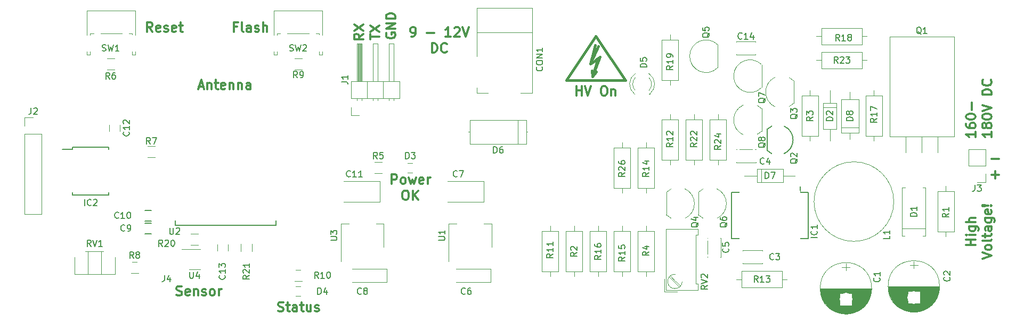
<source format=gto>
G04 #@! TF.FileFunction,Legend,Top*
%FSLAX46Y46*%
G04 Gerber Fmt 4.6, Leading zero omitted, Abs format (unit mm)*
G04 Created by KiCad (PCBNEW 4.0.7) date 03/18/18 22:00:37*
%MOMM*%
%LPD*%
G01*
G04 APERTURE LIST*
%ADD10C,0.100000*%
%ADD11C,0.300000*%
%ADD12C,0.120000*%
%ADD13C,0.150000*%
%ADD14C,0.152400*%
%ADD15C,0.381000*%
%ADD16C,2.000000*%
%ADD17O,2.000000X2.000000*%
%ADD18C,1.924000*%
%ADD19R,1.900000X1.650000*%
%ADD20C,3.900120*%
%ADD21R,2.000000X2.000000*%
%ADD22R,1.900000X1.700000*%
%ADD23O,3.900000X3.900000*%
%ADD24R,2.200000X2.200000*%
%ADD25O,2.200000X2.200000*%
%ADD26R,4.200000X2.400000*%
%ADD27R,1.900000X2.400000*%
%ADD28R,2.900000X1.500000*%
%ADD29O,2.900000X1.500000*%
%ADD30C,2.500000*%
%ADD31C,2.150000*%
%ADD32R,3.600000X1.900000*%
%ADD33R,3.600000X2.900000*%
%ADD34C,5.200000*%
%ADD35R,5.200000X5.200000*%
%ADD36R,2.100000X2.100000*%
%ADD37O,2.100000X2.100000*%
%ADD38R,1.650000X1.900000*%
%ADD39R,2.150000X0.850000*%
%ADD40C,1.920000*%
%ADD41R,1.920000X1.920000*%
%ADD42C,1.400000*%
%ADD43R,1.400000X1.400000*%
%ADD44C,2.200000*%
%ADD45R,1.700000X1.900000*%
%ADD46R,1.960000X1.050000*%
%ADD47C,2.020000*%
%ADD48R,1.900000X1.900000*%
%ADD49R,2.020000X2.020000*%
%ADD50R,3.200000X3.200000*%
%ADD51O,3.200000X3.200000*%
%ADD52R,2.600000X2.600000*%
%ADD53O,2.600000X2.600000*%
%ADD54C,2.800000*%
%ADD55R,2.800000X2.800000*%
%ADD56O,2.800000X2.800000*%
G04 APERTURE END LIST*
D10*
D11*
X237147571Y-98662857D02*
X235647571Y-98662857D01*
X236361857Y-98662857D02*
X236361857Y-97805714D01*
X237147571Y-97805714D02*
X235647571Y-97805714D01*
X237147571Y-97091428D02*
X236147571Y-97091428D01*
X235647571Y-97091428D02*
X235719000Y-97162857D01*
X235790429Y-97091428D01*
X235719000Y-97020000D01*
X235647571Y-97091428D01*
X235790429Y-97091428D01*
X236147571Y-95734285D02*
X237361857Y-95734285D01*
X237504714Y-95805714D01*
X237576143Y-95877142D01*
X237647571Y-96019999D01*
X237647571Y-96234285D01*
X237576143Y-96377142D01*
X237076143Y-95734285D02*
X237147571Y-95877142D01*
X237147571Y-96162856D01*
X237076143Y-96305714D01*
X237004714Y-96377142D01*
X236861857Y-96448571D01*
X236433286Y-96448571D01*
X236290429Y-96377142D01*
X236219000Y-96305714D01*
X236147571Y-96162856D01*
X236147571Y-95877142D01*
X236219000Y-95734285D01*
X237147571Y-95019999D02*
X235647571Y-95019999D01*
X237147571Y-94377142D02*
X236361857Y-94377142D01*
X236219000Y-94448571D01*
X236147571Y-94591428D01*
X236147571Y-94805713D01*
X236219000Y-94948571D01*
X236290429Y-95019999D01*
X238197571Y-100877143D02*
X239697571Y-100377143D01*
X238197571Y-99877143D01*
X239697571Y-99162857D02*
X239626143Y-99305715D01*
X239554714Y-99377143D01*
X239411857Y-99448572D01*
X238983286Y-99448572D01*
X238840429Y-99377143D01*
X238769000Y-99305715D01*
X238697571Y-99162857D01*
X238697571Y-98948572D01*
X238769000Y-98805715D01*
X238840429Y-98734286D01*
X238983286Y-98662857D01*
X239411857Y-98662857D01*
X239554714Y-98734286D01*
X239626143Y-98805715D01*
X239697571Y-98948572D01*
X239697571Y-99162857D01*
X239697571Y-97805714D02*
X239626143Y-97948572D01*
X239483286Y-98020000D01*
X238197571Y-98020000D01*
X238697571Y-97448572D02*
X238697571Y-96877143D01*
X238197571Y-97234286D02*
X239483286Y-97234286D01*
X239626143Y-97162858D01*
X239697571Y-97020000D01*
X239697571Y-96877143D01*
X239697571Y-95734286D02*
X238911857Y-95734286D01*
X238769000Y-95805715D01*
X238697571Y-95948572D01*
X238697571Y-96234286D01*
X238769000Y-96377143D01*
X239626143Y-95734286D02*
X239697571Y-95877143D01*
X239697571Y-96234286D01*
X239626143Y-96377143D01*
X239483286Y-96448572D01*
X239340429Y-96448572D01*
X239197571Y-96377143D01*
X239126143Y-96234286D01*
X239126143Y-95877143D01*
X239054714Y-95734286D01*
X238697571Y-94377143D02*
X239911857Y-94377143D01*
X240054714Y-94448572D01*
X240126143Y-94520000D01*
X240197571Y-94662857D01*
X240197571Y-94877143D01*
X240126143Y-95020000D01*
X239626143Y-94377143D02*
X239697571Y-94520000D01*
X239697571Y-94805714D01*
X239626143Y-94948572D01*
X239554714Y-95020000D01*
X239411857Y-95091429D01*
X238983286Y-95091429D01*
X238840429Y-95020000D01*
X238769000Y-94948572D01*
X238697571Y-94805714D01*
X238697571Y-94520000D01*
X238769000Y-94377143D01*
X239626143Y-93091429D02*
X239697571Y-93234286D01*
X239697571Y-93520000D01*
X239626143Y-93662857D01*
X239483286Y-93734286D01*
X238911857Y-93734286D01*
X238769000Y-93662857D01*
X238697571Y-93520000D01*
X238697571Y-93234286D01*
X238769000Y-93091429D01*
X238911857Y-93020000D01*
X239054714Y-93020000D01*
X239197571Y-93734286D01*
X239554714Y-92377143D02*
X239626143Y-92305715D01*
X239697571Y-92377143D01*
X239626143Y-92448572D01*
X239554714Y-92377143D01*
X239697571Y-92377143D01*
X239126143Y-92377143D02*
X238269000Y-92448572D01*
X238197571Y-92377143D01*
X238269000Y-92305715D01*
X239126143Y-92377143D01*
X238197571Y-92377143D01*
X173676857Y-74846571D02*
X173676857Y-73346571D01*
X173676857Y-74060857D02*
X174534000Y-74060857D01*
X174534000Y-74846571D02*
X174534000Y-73346571D01*
X175034000Y-73346571D02*
X175534000Y-74846571D01*
X176034000Y-73346571D01*
X177962571Y-73346571D02*
X178248285Y-73346571D01*
X178391143Y-73418000D01*
X178534000Y-73560857D01*
X178605428Y-73846571D01*
X178605428Y-74346571D01*
X178534000Y-74632286D01*
X178391143Y-74775143D01*
X178248285Y-74846571D01*
X177962571Y-74846571D01*
X177819714Y-74775143D01*
X177676857Y-74632286D01*
X177605428Y-74346571D01*
X177605428Y-73846571D01*
X177676857Y-73560857D01*
X177819714Y-73418000D01*
X177962571Y-73346571D01*
X179248286Y-73846571D02*
X179248286Y-74846571D01*
X179248286Y-73989429D02*
X179319714Y-73918000D01*
X179462572Y-73846571D01*
X179676857Y-73846571D01*
X179819714Y-73918000D01*
X179891143Y-74060857D01*
X179891143Y-74846571D01*
X237147571Y-80645143D02*
X237147571Y-81502286D01*
X237147571Y-81073714D02*
X235647571Y-81073714D01*
X235861857Y-81216571D01*
X236004714Y-81359429D01*
X236076143Y-81502286D01*
X235647571Y-79359429D02*
X235647571Y-79645143D01*
X235719000Y-79788000D01*
X235790429Y-79859429D01*
X236004714Y-80002286D01*
X236290429Y-80073715D01*
X236861857Y-80073715D01*
X237004714Y-80002286D01*
X237076143Y-79930858D01*
X237147571Y-79788000D01*
X237147571Y-79502286D01*
X237076143Y-79359429D01*
X237004714Y-79288000D01*
X236861857Y-79216572D01*
X236504714Y-79216572D01*
X236361857Y-79288000D01*
X236290429Y-79359429D01*
X236219000Y-79502286D01*
X236219000Y-79788000D01*
X236290429Y-79930858D01*
X236361857Y-80002286D01*
X236504714Y-80073715D01*
X235647571Y-78288001D02*
X235647571Y-78145144D01*
X235719000Y-78002287D01*
X235790429Y-77930858D01*
X235933286Y-77859429D01*
X236219000Y-77788001D01*
X236576143Y-77788001D01*
X236861857Y-77859429D01*
X237004714Y-77930858D01*
X237076143Y-78002287D01*
X237147571Y-78145144D01*
X237147571Y-78288001D01*
X237076143Y-78430858D01*
X237004714Y-78502287D01*
X236861857Y-78573715D01*
X236576143Y-78645144D01*
X236219000Y-78645144D01*
X235933286Y-78573715D01*
X235790429Y-78502287D01*
X235719000Y-78430858D01*
X235647571Y-78288001D01*
X236576143Y-77145144D02*
X236576143Y-76002287D01*
X239697571Y-80645143D02*
X239697571Y-81502286D01*
X239697571Y-81073714D02*
X238197571Y-81073714D01*
X238411857Y-81216571D01*
X238554714Y-81359429D01*
X238626143Y-81502286D01*
X238840429Y-79788000D02*
X238769000Y-79930858D01*
X238697571Y-80002286D01*
X238554714Y-80073715D01*
X238483286Y-80073715D01*
X238340429Y-80002286D01*
X238269000Y-79930858D01*
X238197571Y-79788000D01*
X238197571Y-79502286D01*
X238269000Y-79359429D01*
X238340429Y-79288000D01*
X238483286Y-79216572D01*
X238554714Y-79216572D01*
X238697571Y-79288000D01*
X238769000Y-79359429D01*
X238840429Y-79502286D01*
X238840429Y-79788000D01*
X238911857Y-79930858D01*
X238983286Y-80002286D01*
X239126143Y-80073715D01*
X239411857Y-80073715D01*
X239554714Y-80002286D01*
X239626143Y-79930858D01*
X239697571Y-79788000D01*
X239697571Y-79502286D01*
X239626143Y-79359429D01*
X239554714Y-79288000D01*
X239411857Y-79216572D01*
X239126143Y-79216572D01*
X238983286Y-79288000D01*
X238911857Y-79359429D01*
X238840429Y-79502286D01*
X238197571Y-78288001D02*
X238197571Y-78145144D01*
X238269000Y-78002287D01*
X238340429Y-77930858D01*
X238483286Y-77859429D01*
X238769000Y-77788001D01*
X239126143Y-77788001D01*
X239411857Y-77859429D01*
X239554714Y-77930858D01*
X239626143Y-78002287D01*
X239697571Y-78145144D01*
X239697571Y-78288001D01*
X239626143Y-78430858D01*
X239554714Y-78502287D01*
X239411857Y-78573715D01*
X239126143Y-78645144D01*
X238769000Y-78645144D01*
X238483286Y-78573715D01*
X238340429Y-78502287D01*
X238269000Y-78430858D01*
X238197571Y-78288001D01*
X238197571Y-77359430D02*
X239697571Y-76859430D01*
X238197571Y-76359430D01*
X239697571Y-74716573D02*
X238197571Y-74716573D01*
X238197571Y-74359430D01*
X238269000Y-74145145D01*
X238411857Y-74002287D01*
X238554714Y-73930859D01*
X238840429Y-73859430D01*
X239054714Y-73859430D01*
X239340429Y-73930859D01*
X239483286Y-74002287D01*
X239626143Y-74145145D01*
X239697571Y-74359430D01*
X239697571Y-74716573D01*
X239554714Y-72359430D02*
X239626143Y-72430859D01*
X239697571Y-72645145D01*
X239697571Y-72788002D01*
X239626143Y-73002287D01*
X239483286Y-73145145D01*
X239340429Y-73216573D01*
X239054714Y-73288002D01*
X238840429Y-73288002D01*
X238554714Y-73216573D01*
X238411857Y-73145145D01*
X238269000Y-73002287D01*
X238197571Y-72788002D01*
X238197571Y-72645145D01*
X238269000Y-72430859D01*
X238340429Y-72359430D01*
X110165000Y-106652143D02*
X110379286Y-106723571D01*
X110736429Y-106723571D01*
X110879286Y-106652143D01*
X110950715Y-106580714D01*
X111022143Y-106437857D01*
X111022143Y-106295000D01*
X110950715Y-106152143D01*
X110879286Y-106080714D01*
X110736429Y-106009286D01*
X110450715Y-105937857D01*
X110307857Y-105866429D01*
X110236429Y-105795000D01*
X110165000Y-105652143D01*
X110165000Y-105509286D01*
X110236429Y-105366429D01*
X110307857Y-105295000D01*
X110450715Y-105223571D01*
X110807857Y-105223571D01*
X111022143Y-105295000D01*
X112236428Y-106652143D02*
X112093571Y-106723571D01*
X111807857Y-106723571D01*
X111665000Y-106652143D01*
X111593571Y-106509286D01*
X111593571Y-105937857D01*
X111665000Y-105795000D01*
X111807857Y-105723571D01*
X112093571Y-105723571D01*
X112236428Y-105795000D01*
X112307857Y-105937857D01*
X112307857Y-106080714D01*
X111593571Y-106223571D01*
X112950714Y-105723571D02*
X112950714Y-106723571D01*
X112950714Y-105866429D02*
X113022142Y-105795000D01*
X113165000Y-105723571D01*
X113379285Y-105723571D01*
X113522142Y-105795000D01*
X113593571Y-105937857D01*
X113593571Y-106723571D01*
X114236428Y-106652143D02*
X114379285Y-106723571D01*
X114665000Y-106723571D01*
X114807857Y-106652143D01*
X114879285Y-106509286D01*
X114879285Y-106437857D01*
X114807857Y-106295000D01*
X114665000Y-106223571D01*
X114450714Y-106223571D01*
X114307857Y-106152143D01*
X114236428Y-106009286D01*
X114236428Y-105937857D01*
X114307857Y-105795000D01*
X114450714Y-105723571D01*
X114665000Y-105723571D01*
X114807857Y-105795000D01*
X115736429Y-106723571D02*
X115593571Y-106652143D01*
X115522143Y-106580714D01*
X115450714Y-106437857D01*
X115450714Y-106009286D01*
X115522143Y-105866429D01*
X115593571Y-105795000D01*
X115736429Y-105723571D01*
X115950714Y-105723571D01*
X116093571Y-105795000D01*
X116165000Y-105866429D01*
X116236429Y-106009286D01*
X116236429Y-106437857D01*
X116165000Y-106580714D01*
X116093571Y-106652143D01*
X115950714Y-106723571D01*
X115736429Y-106723571D01*
X116879286Y-106723571D02*
X116879286Y-105723571D01*
X116879286Y-106009286D02*
X116950714Y-105866429D01*
X117022143Y-105795000D01*
X117165000Y-105723571D01*
X117307857Y-105723571D01*
X239712572Y-84943143D02*
X240855429Y-84943143D01*
X239712572Y-87483143D02*
X240855429Y-87483143D01*
X240284000Y-88054571D02*
X240284000Y-86911714D01*
X144355715Y-88938571D02*
X144355715Y-87438571D01*
X144927143Y-87438571D01*
X145070001Y-87510000D01*
X145141429Y-87581429D01*
X145212858Y-87724286D01*
X145212858Y-87938571D01*
X145141429Y-88081429D01*
X145070001Y-88152857D01*
X144927143Y-88224286D01*
X144355715Y-88224286D01*
X146070001Y-88938571D02*
X145927143Y-88867143D01*
X145855715Y-88795714D01*
X145784286Y-88652857D01*
X145784286Y-88224286D01*
X145855715Y-88081429D01*
X145927143Y-88010000D01*
X146070001Y-87938571D01*
X146284286Y-87938571D01*
X146427143Y-88010000D01*
X146498572Y-88081429D01*
X146570001Y-88224286D01*
X146570001Y-88652857D01*
X146498572Y-88795714D01*
X146427143Y-88867143D01*
X146284286Y-88938571D01*
X146070001Y-88938571D01*
X147070001Y-87938571D02*
X147355715Y-88938571D01*
X147641429Y-88224286D01*
X147927144Y-88938571D01*
X148212858Y-87938571D01*
X149355715Y-88867143D02*
X149212858Y-88938571D01*
X148927144Y-88938571D01*
X148784287Y-88867143D01*
X148712858Y-88724286D01*
X148712858Y-88152857D01*
X148784287Y-88010000D01*
X148927144Y-87938571D01*
X149212858Y-87938571D01*
X149355715Y-88010000D01*
X149427144Y-88152857D01*
X149427144Y-88295714D01*
X148712858Y-88438571D01*
X150070001Y-88938571D02*
X150070001Y-87938571D01*
X150070001Y-88224286D02*
X150141429Y-88081429D01*
X150212858Y-88010000D01*
X150355715Y-87938571D01*
X150498572Y-87938571D01*
X146427143Y-89988571D02*
X146712857Y-89988571D01*
X146855715Y-90060000D01*
X146998572Y-90202857D01*
X147070000Y-90488571D01*
X147070000Y-90988571D01*
X146998572Y-91274286D01*
X146855715Y-91417143D01*
X146712857Y-91488571D01*
X146427143Y-91488571D01*
X146284286Y-91417143D01*
X146141429Y-91274286D01*
X146070000Y-90988571D01*
X146070000Y-90488571D01*
X146141429Y-90202857D01*
X146284286Y-90060000D01*
X146427143Y-89988571D01*
X147712858Y-91488571D02*
X147712858Y-89988571D01*
X148570001Y-91488571D02*
X147927144Y-90631429D01*
X148570001Y-89988571D02*
X147712858Y-90845714D01*
X147463429Y-65443571D02*
X147749144Y-65443571D01*
X147892001Y-65372143D01*
X147963429Y-65300714D01*
X148106287Y-65086429D01*
X148177715Y-64800714D01*
X148177715Y-64229286D01*
X148106287Y-64086429D01*
X148034858Y-64015000D01*
X147892001Y-63943571D01*
X147606287Y-63943571D01*
X147463429Y-64015000D01*
X147392001Y-64086429D01*
X147320572Y-64229286D01*
X147320572Y-64586429D01*
X147392001Y-64729286D01*
X147463429Y-64800714D01*
X147606287Y-64872143D01*
X147892001Y-64872143D01*
X148034858Y-64800714D01*
X148106287Y-64729286D01*
X148177715Y-64586429D01*
X149963429Y-64872143D02*
X151106286Y-64872143D01*
X153749143Y-65443571D02*
X152892000Y-65443571D01*
X153320572Y-65443571D02*
X153320572Y-63943571D01*
X153177715Y-64157857D01*
X153034857Y-64300714D01*
X152892000Y-64372143D01*
X154320571Y-64086429D02*
X154392000Y-64015000D01*
X154534857Y-63943571D01*
X154892000Y-63943571D01*
X155034857Y-64015000D01*
X155106286Y-64086429D01*
X155177714Y-64229286D01*
X155177714Y-64372143D01*
X155106286Y-64586429D01*
X154249143Y-65443571D01*
X155177714Y-65443571D01*
X155606285Y-63943571D02*
X156106285Y-65443571D01*
X156606285Y-63943571D01*
X150749143Y-67993571D02*
X150749143Y-66493571D01*
X151106286Y-66493571D01*
X151320571Y-66565000D01*
X151463429Y-66707857D01*
X151534857Y-66850714D01*
X151606286Y-67136429D01*
X151606286Y-67350714D01*
X151534857Y-67636429D01*
X151463429Y-67779286D01*
X151320571Y-67922143D01*
X151106286Y-67993571D01*
X150749143Y-67993571D01*
X153106286Y-67850714D02*
X153034857Y-67922143D01*
X152820571Y-67993571D01*
X152677714Y-67993571D01*
X152463429Y-67922143D01*
X152320571Y-67779286D01*
X152249143Y-67636429D01*
X152177714Y-67350714D01*
X152177714Y-67136429D01*
X152249143Y-66850714D01*
X152320571Y-66707857D01*
X152463429Y-66565000D01*
X152677714Y-66493571D01*
X152820571Y-66493571D01*
X153034857Y-66565000D01*
X153106286Y-66636429D01*
X143522000Y-64896857D02*
X143450571Y-65039714D01*
X143450571Y-65254000D01*
X143522000Y-65468285D01*
X143664857Y-65611143D01*
X143807714Y-65682571D01*
X144093429Y-65754000D01*
X144307714Y-65754000D01*
X144593429Y-65682571D01*
X144736286Y-65611143D01*
X144879143Y-65468285D01*
X144950571Y-65254000D01*
X144950571Y-65111143D01*
X144879143Y-64896857D01*
X144807714Y-64825428D01*
X144307714Y-64825428D01*
X144307714Y-65111143D01*
X144950571Y-64182571D02*
X143450571Y-64182571D01*
X144950571Y-63325428D01*
X143450571Y-63325428D01*
X144950571Y-62611142D02*
X143450571Y-62611142D01*
X143450571Y-62253999D01*
X143522000Y-62039714D01*
X143664857Y-61896856D01*
X143807714Y-61825428D01*
X144093429Y-61753999D01*
X144307714Y-61753999D01*
X144593429Y-61825428D01*
X144736286Y-61896856D01*
X144879143Y-62039714D01*
X144950571Y-62253999D01*
X144950571Y-62611142D01*
X140910571Y-65912857D02*
X140910571Y-65055714D01*
X142410571Y-65484285D02*
X140910571Y-65484285D01*
X140910571Y-64698571D02*
X142410571Y-63698571D01*
X140910571Y-63698571D02*
X142410571Y-64698571D01*
X139870571Y-65019999D02*
X139156286Y-65519999D01*
X139870571Y-65877142D02*
X138370571Y-65877142D01*
X138370571Y-65305714D01*
X138442000Y-65162856D01*
X138513429Y-65091428D01*
X138656286Y-65019999D01*
X138870571Y-65019999D01*
X139013429Y-65091428D01*
X139084857Y-65162856D01*
X139156286Y-65305714D01*
X139156286Y-65877142D01*
X138370571Y-64519999D02*
X139870571Y-63519999D01*
X138370571Y-63519999D02*
X139870571Y-64519999D01*
X119777143Y-63900857D02*
X119277143Y-63900857D01*
X119277143Y-64686571D02*
X119277143Y-63186571D01*
X119991429Y-63186571D01*
X120777143Y-64686571D02*
X120634285Y-64615143D01*
X120562857Y-64472286D01*
X120562857Y-63186571D01*
X121991428Y-64686571D02*
X121991428Y-63900857D01*
X121919999Y-63758000D01*
X121777142Y-63686571D01*
X121491428Y-63686571D01*
X121348571Y-63758000D01*
X121991428Y-64615143D02*
X121848571Y-64686571D01*
X121491428Y-64686571D01*
X121348571Y-64615143D01*
X121277142Y-64472286D01*
X121277142Y-64329429D01*
X121348571Y-64186571D01*
X121491428Y-64115143D01*
X121848571Y-64115143D01*
X121991428Y-64043714D01*
X122634285Y-64615143D02*
X122777142Y-64686571D01*
X123062857Y-64686571D01*
X123205714Y-64615143D01*
X123277142Y-64472286D01*
X123277142Y-64400857D01*
X123205714Y-64258000D01*
X123062857Y-64186571D01*
X122848571Y-64186571D01*
X122705714Y-64115143D01*
X122634285Y-63972286D01*
X122634285Y-63900857D01*
X122705714Y-63758000D01*
X122848571Y-63686571D01*
X123062857Y-63686571D01*
X123205714Y-63758000D01*
X123920000Y-64686571D02*
X123920000Y-63186571D01*
X124562857Y-64686571D02*
X124562857Y-63900857D01*
X124491428Y-63758000D01*
X124348571Y-63686571D01*
X124134286Y-63686571D01*
X123991428Y-63758000D01*
X123920000Y-63829429D01*
X106346858Y-64686571D02*
X105846858Y-63972286D01*
X105489715Y-64686571D02*
X105489715Y-63186571D01*
X106061143Y-63186571D01*
X106204001Y-63258000D01*
X106275429Y-63329429D01*
X106346858Y-63472286D01*
X106346858Y-63686571D01*
X106275429Y-63829429D01*
X106204001Y-63900857D01*
X106061143Y-63972286D01*
X105489715Y-63972286D01*
X107561143Y-64615143D02*
X107418286Y-64686571D01*
X107132572Y-64686571D01*
X106989715Y-64615143D01*
X106918286Y-64472286D01*
X106918286Y-63900857D01*
X106989715Y-63758000D01*
X107132572Y-63686571D01*
X107418286Y-63686571D01*
X107561143Y-63758000D01*
X107632572Y-63900857D01*
X107632572Y-64043714D01*
X106918286Y-64186571D01*
X108204000Y-64615143D02*
X108346857Y-64686571D01*
X108632572Y-64686571D01*
X108775429Y-64615143D01*
X108846857Y-64472286D01*
X108846857Y-64400857D01*
X108775429Y-64258000D01*
X108632572Y-64186571D01*
X108418286Y-64186571D01*
X108275429Y-64115143D01*
X108204000Y-63972286D01*
X108204000Y-63900857D01*
X108275429Y-63758000D01*
X108418286Y-63686571D01*
X108632572Y-63686571D01*
X108775429Y-63758000D01*
X110061143Y-64615143D02*
X109918286Y-64686571D01*
X109632572Y-64686571D01*
X109489715Y-64615143D01*
X109418286Y-64472286D01*
X109418286Y-63900857D01*
X109489715Y-63758000D01*
X109632572Y-63686571D01*
X109918286Y-63686571D01*
X110061143Y-63758000D01*
X110132572Y-63900857D01*
X110132572Y-64043714D01*
X109418286Y-64186571D01*
X110561143Y-63686571D02*
X111132572Y-63686571D01*
X110775429Y-63186571D02*
X110775429Y-64472286D01*
X110846857Y-64615143D01*
X110989715Y-64686571D01*
X111132572Y-64686571D01*
X126290000Y-109192143D02*
X126504286Y-109263571D01*
X126861429Y-109263571D01*
X127004286Y-109192143D01*
X127075715Y-109120714D01*
X127147143Y-108977857D01*
X127147143Y-108835000D01*
X127075715Y-108692143D01*
X127004286Y-108620714D01*
X126861429Y-108549286D01*
X126575715Y-108477857D01*
X126432857Y-108406429D01*
X126361429Y-108335000D01*
X126290000Y-108192143D01*
X126290000Y-108049286D01*
X126361429Y-107906429D01*
X126432857Y-107835000D01*
X126575715Y-107763571D01*
X126932857Y-107763571D01*
X127147143Y-107835000D01*
X127575714Y-108263571D02*
X128147143Y-108263571D01*
X127790000Y-107763571D02*
X127790000Y-109049286D01*
X127861428Y-109192143D01*
X128004286Y-109263571D01*
X128147143Y-109263571D01*
X129290000Y-109263571D02*
X129290000Y-108477857D01*
X129218571Y-108335000D01*
X129075714Y-108263571D01*
X128790000Y-108263571D01*
X128647143Y-108335000D01*
X129290000Y-109192143D02*
X129147143Y-109263571D01*
X128790000Y-109263571D01*
X128647143Y-109192143D01*
X128575714Y-109049286D01*
X128575714Y-108906429D01*
X128647143Y-108763571D01*
X128790000Y-108692143D01*
X129147143Y-108692143D01*
X129290000Y-108620714D01*
X129790000Y-108263571D02*
X130361429Y-108263571D01*
X130004286Y-107763571D02*
X130004286Y-109049286D01*
X130075714Y-109192143D01*
X130218572Y-109263571D01*
X130361429Y-109263571D01*
X131504286Y-108263571D02*
X131504286Y-109263571D01*
X130861429Y-108263571D02*
X130861429Y-109049286D01*
X130932857Y-109192143D01*
X131075715Y-109263571D01*
X131290000Y-109263571D01*
X131432857Y-109192143D01*
X131504286Y-109120714D01*
X132147143Y-109192143D02*
X132290000Y-109263571D01*
X132575715Y-109263571D01*
X132718572Y-109192143D01*
X132790000Y-109049286D01*
X132790000Y-108977857D01*
X132718572Y-108835000D01*
X132575715Y-108763571D01*
X132361429Y-108763571D01*
X132218572Y-108692143D01*
X132147143Y-108549286D01*
X132147143Y-108477857D01*
X132218572Y-108335000D01*
X132361429Y-108263571D01*
X132575715Y-108263571D01*
X132718572Y-108335000D01*
X113713143Y-73402000D02*
X114427429Y-73402000D01*
X113570286Y-73830571D02*
X114070286Y-72330571D01*
X114570286Y-73830571D01*
X115070286Y-72830571D02*
X115070286Y-73830571D01*
X115070286Y-72973429D02*
X115141714Y-72902000D01*
X115284572Y-72830571D01*
X115498857Y-72830571D01*
X115641714Y-72902000D01*
X115713143Y-73044857D01*
X115713143Y-73830571D01*
X116213143Y-72830571D02*
X116784572Y-72830571D01*
X116427429Y-72330571D02*
X116427429Y-73616286D01*
X116498857Y-73759143D01*
X116641715Y-73830571D01*
X116784572Y-73830571D01*
X117856000Y-73759143D02*
X117713143Y-73830571D01*
X117427429Y-73830571D01*
X117284572Y-73759143D01*
X117213143Y-73616286D01*
X117213143Y-73044857D01*
X117284572Y-72902000D01*
X117427429Y-72830571D01*
X117713143Y-72830571D01*
X117856000Y-72902000D01*
X117927429Y-73044857D01*
X117927429Y-73187714D01*
X117213143Y-73330571D01*
X118570286Y-72830571D02*
X118570286Y-73830571D01*
X118570286Y-72973429D02*
X118641714Y-72902000D01*
X118784572Y-72830571D01*
X118998857Y-72830571D01*
X119141714Y-72902000D01*
X119213143Y-73044857D01*
X119213143Y-73830571D01*
X119927429Y-72830571D02*
X119927429Y-73830571D01*
X119927429Y-72973429D02*
X119998857Y-72902000D01*
X120141715Y-72830571D01*
X120356000Y-72830571D01*
X120498857Y-72902000D01*
X120570286Y-73044857D01*
X120570286Y-73830571D01*
X121927429Y-73830571D02*
X121927429Y-73044857D01*
X121856000Y-72902000D01*
X121713143Y-72830571D01*
X121427429Y-72830571D01*
X121284572Y-72902000D01*
X121927429Y-73759143D02*
X121784572Y-73830571D01*
X121427429Y-73830571D01*
X121284572Y-73759143D01*
X121213143Y-73616286D01*
X121213143Y-73473429D01*
X121284572Y-73330571D01*
X121427429Y-73259143D01*
X121784572Y-73259143D01*
X121927429Y-73187714D01*
D12*
X187285000Y-85125000D02*
X189905000Y-85125000D01*
X189905000Y-85125000D02*
X189905000Y-78705000D01*
X189905000Y-78705000D02*
X187285000Y-78705000D01*
X187285000Y-78705000D02*
X187285000Y-85125000D01*
X188595000Y-86015000D02*
X188595000Y-85125000D01*
X188595000Y-77815000D02*
X188595000Y-78705000D01*
D13*
X210575000Y-90305000D02*
X209305000Y-90305000D01*
X210575000Y-97655000D02*
X209305000Y-97655000D01*
X198365000Y-97655000D02*
X199635000Y-97655000D01*
X198365000Y-90305000D02*
X199635000Y-90305000D01*
X210575000Y-90305000D02*
X210575000Y-97655000D01*
X198365000Y-90305000D02*
X198365000Y-97655000D01*
X209305000Y-90305000D02*
X209305000Y-89370000D01*
D12*
X222290000Y-74895000D02*
X219670000Y-74895000D01*
X219670000Y-74895000D02*
X219670000Y-81315000D01*
X219670000Y-81315000D02*
X222290000Y-81315000D01*
X222290000Y-81315000D02*
X222290000Y-74895000D01*
X220980000Y-74005000D02*
X220980000Y-74895000D01*
X220980000Y-82205000D02*
X220980000Y-81315000D01*
D13*
X204743010Y-79727305D02*
G75*
G03X204040000Y-80215000I996990J-2187695D01*
G01*
X204743010Y-84102695D02*
G75*
G02X204040000Y-83615000I996990J2187695D01*
G01*
X204040000Y-80215000D02*
X204040000Y-83615000D01*
X206733127Y-79730121D02*
G75*
G02X208140000Y-81915000I-993127J-2184879D01*
G01*
X206733127Y-84099879D02*
G75*
G03X208140000Y-81915000I-993127J2184879D01*
G01*
X105164000Y-96862000D02*
X106164000Y-96862000D01*
X106164000Y-95162000D02*
X105164000Y-95162000D01*
X105164000Y-94830000D02*
X106164000Y-94830000D01*
X106164000Y-93130000D02*
X105164000Y-93130000D01*
D12*
X220625000Y-105565000D02*
G75*
G03X220625000Y-105565000I-4090000J0D01*
G01*
X220585000Y-105565000D02*
X212485000Y-105565000D01*
X220585000Y-105605000D02*
X212485000Y-105605000D01*
X220585000Y-105645000D02*
X212485000Y-105645000D01*
X220584000Y-105685000D02*
X212486000Y-105685000D01*
X220582000Y-105725000D02*
X212488000Y-105725000D01*
X220581000Y-105765000D02*
X212489000Y-105765000D01*
X220578000Y-105805000D02*
X212492000Y-105805000D01*
X220576000Y-105845000D02*
X212494000Y-105845000D01*
X220573000Y-105885000D02*
X212497000Y-105885000D01*
X220570000Y-105925000D02*
X212500000Y-105925000D01*
X220566000Y-105965000D02*
X212504000Y-105965000D01*
X220562000Y-106005000D02*
X212508000Y-106005000D01*
X220557000Y-106045000D02*
X212513000Y-106045000D01*
X220552000Y-106085000D02*
X212518000Y-106085000D01*
X220547000Y-106125000D02*
X212523000Y-106125000D01*
X220541000Y-106165000D02*
X212529000Y-106165000D01*
X220535000Y-106205000D02*
X212535000Y-106205000D01*
X220529000Y-106245000D02*
X212541000Y-106245000D01*
X220522000Y-106286000D02*
X212548000Y-106286000D01*
X220514000Y-106326000D02*
X212556000Y-106326000D01*
X220506000Y-106366000D02*
X217515000Y-106366000D01*
X215555000Y-106366000D02*
X212564000Y-106366000D01*
X220498000Y-106406000D02*
X217515000Y-106406000D01*
X215555000Y-106406000D02*
X212572000Y-106406000D01*
X220490000Y-106446000D02*
X217515000Y-106446000D01*
X215555000Y-106446000D02*
X212580000Y-106446000D01*
X220481000Y-106486000D02*
X217515000Y-106486000D01*
X215555000Y-106486000D02*
X212589000Y-106486000D01*
X220471000Y-106526000D02*
X217515000Y-106526000D01*
X215555000Y-106526000D02*
X212599000Y-106526000D01*
X220461000Y-106566000D02*
X217515000Y-106566000D01*
X215555000Y-106566000D02*
X212609000Y-106566000D01*
X220451000Y-106606000D02*
X217515000Y-106606000D01*
X215555000Y-106606000D02*
X212619000Y-106606000D01*
X220440000Y-106646000D02*
X217515000Y-106646000D01*
X215555000Y-106646000D02*
X212630000Y-106646000D01*
X220429000Y-106686000D02*
X217515000Y-106686000D01*
X215555000Y-106686000D02*
X212641000Y-106686000D01*
X220418000Y-106726000D02*
X217515000Y-106726000D01*
X215555000Y-106726000D02*
X212652000Y-106726000D01*
X220405000Y-106766000D02*
X217515000Y-106766000D01*
X215555000Y-106766000D02*
X212665000Y-106766000D01*
X220393000Y-106806000D02*
X217515000Y-106806000D01*
X215555000Y-106806000D02*
X212677000Y-106806000D01*
X220380000Y-106846000D02*
X217515000Y-106846000D01*
X215555000Y-106846000D02*
X212690000Y-106846000D01*
X220367000Y-106886000D02*
X217515000Y-106886000D01*
X215555000Y-106886000D02*
X212703000Y-106886000D01*
X220353000Y-106926000D02*
X217515000Y-106926000D01*
X215555000Y-106926000D02*
X212717000Y-106926000D01*
X220338000Y-106966000D02*
X217515000Y-106966000D01*
X215555000Y-106966000D02*
X212732000Y-106966000D01*
X220324000Y-107006000D02*
X217515000Y-107006000D01*
X215555000Y-107006000D02*
X212746000Y-107006000D01*
X220308000Y-107046000D02*
X217515000Y-107046000D01*
X215555000Y-107046000D02*
X212762000Y-107046000D01*
X220293000Y-107086000D02*
X217515000Y-107086000D01*
X215555000Y-107086000D02*
X212777000Y-107086000D01*
X220276000Y-107126000D02*
X217515000Y-107126000D01*
X215555000Y-107126000D02*
X212794000Y-107126000D01*
X220260000Y-107166000D02*
X217515000Y-107166000D01*
X215555000Y-107166000D02*
X212810000Y-107166000D01*
X220242000Y-107206000D02*
X217515000Y-107206000D01*
X215555000Y-107206000D02*
X212828000Y-107206000D01*
X220225000Y-107246000D02*
X217515000Y-107246000D01*
X215555000Y-107246000D02*
X212845000Y-107246000D01*
X220206000Y-107286000D02*
X217515000Y-107286000D01*
X215555000Y-107286000D02*
X212864000Y-107286000D01*
X220187000Y-107326000D02*
X217515000Y-107326000D01*
X215555000Y-107326000D02*
X212883000Y-107326000D01*
X220168000Y-107366000D02*
X217515000Y-107366000D01*
X215555000Y-107366000D02*
X212902000Y-107366000D01*
X220148000Y-107406000D02*
X217515000Y-107406000D01*
X215555000Y-107406000D02*
X212922000Y-107406000D01*
X220128000Y-107446000D02*
X217515000Y-107446000D01*
X215555000Y-107446000D02*
X212942000Y-107446000D01*
X220107000Y-107486000D02*
X217515000Y-107486000D01*
X215555000Y-107486000D02*
X212963000Y-107486000D01*
X220085000Y-107526000D02*
X217515000Y-107526000D01*
X215555000Y-107526000D02*
X212985000Y-107526000D01*
X220063000Y-107566000D02*
X217515000Y-107566000D01*
X215555000Y-107566000D02*
X213007000Y-107566000D01*
X220040000Y-107606000D02*
X217515000Y-107606000D01*
X215555000Y-107606000D02*
X213030000Y-107606000D01*
X220017000Y-107646000D02*
X217515000Y-107646000D01*
X215555000Y-107646000D02*
X213053000Y-107646000D01*
X219993000Y-107686000D02*
X217515000Y-107686000D01*
X215555000Y-107686000D02*
X213077000Y-107686000D01*
X219969000Y-107726000D02*
X217515000Y-107726000D01*
X215555000Y-107726000D02*
X213101000Y-107726000D01*
X219943000Y-107766000D02*
X217515000Y-107766000D01*
X215555000Y-107766000D02*
X213127000Y-107766000D01*
X219918000Y-107806000D02*
X217515000Y-107806000D01*
X215555000Y-107806000D02*
X213152000Y-107806000D01*
X219891000Y-107846000D02*
X217515000Y-107846000D01*
X215555000Y-107846000D02*
X213179000Y-107846000D01*
X219864000Y-107886000D02*
X217515000Y-107886000D01*
X215555000Y-107886000D02*
X213206000Y-107886000D01*
X219836000Y-107926000D02*
X217515000Y-107926000D01*
X215555000Y-107926000D02*
X213234000Y-107926000D01*
X219807000Y-107966000D02*
X217515000Y-107966000D01*
X215555000Y-107966000D02*
X213263000Y-107966000D01*
X219778000Y-108006000D02*
X217515000Y-108006000D01*
X215555000Y-108006000D02*
X213292000Y-108006000D01*
X219748000Y-108046000D02*
X217515000Y-108046000D01*
X215555000Y-108046000D02*
X213322000Y-108046000D01*
X219717000Y-108086000D02*
X217515000Y-108086000D01*
X215555000Y-108086000D02*
X213353000Y-108086000D01*
X219685000Y-108126000D02*
X217515000Y-108126000D01*
X215555000Y-108126000D02*
X213385000Y-108126000D01*
X219653000Y-108166000D02*
X217515000Y-108166000D01*
X215555000Y-108166000D02*
X213417000Y-108166000D01*
X219619000Y-108206000D02*
X217515000Y-108206000D01*
X215555000Y-108206000D02*
X213451000Y-108206000D01*
X219585000Y-108246000D02*
X217515000Y-108246000D01*
X215555000Y-108246000D02*
X213485000Y-108246000D01*
X219550000Y-108286000D02*
X217515000Y-108286000D01*
X215555000Y-108286000D02*
X213520000Y-108286000D01*
X219514000Y-108326000D02*
X213556000Y-108326000D01*
X219477000Y-108366000D02*
X213593000Y-108366000D01*
X219439000Y-108406000D02*
X213631000Y-108406000D01*
X219400000Y-108446000D02*
X213670000Y-108446000D01*
X219359000Y-108486000D02*
X213711000Y-108486000D01*
X219318000Y-108526000D02*
X213752000Y-108526000D01*
X219275000Y-108566000D02*
X213795000Y-108566000D01*
X219232000Y-108606000D02*
X213838000Y-108606000D01*
X219187000Y-108646000D02*
X213883000Y-108646000D01*
X219140000Y-108686000D02*
X213930000Y-108686000D01*
X219092000Y-108726000D02*
X213978000Y-108726000D01*
X219043000Y-108766000D02*
X214027000Y-108766000D01*
X218992000Y-108806000D02*
X214078000Y-108806000D01*
X218939000Y-108846000D02*
X214131000Y-108846000D01*
X218884000Y-108886000D02*
X214186000Y-108886000D01*
X218828000Y-108926000D02*
X214242000Y-108926000D01*
X218769000Y-108966000D02*
X214301000Y-108966000D01*
X218708000Y-109006000D02*
X214362000Y-109006000D01*
X218644000Y-109046000D02*
X214426000Y-109046000D01*
X218578000Y-109086000D02*
X214492000Y-109086000D01*
X218509000Y-109126000D02*
X214561000Y-109126000D01*
X218437000Y-109166000D02*
X214633000Y-109166000D01*
X218361000Y-109206000D02*
X214709000Y-109206000D01*
X218280000Y-109246000D02*
X214790000Y-109246000D01*
X218195000Y-109286000D02*
X214875000Y-109286000D01*
X218105000Y-109326000D02*
X214965000Y-109326000D01*
X218008000Y-109366000D02*
X215062000Y-109366000D01*
X217904000Y-109406000D02*
X215166000Y-109406000D01*
X217789000Y-109446000D02*
X215281000Y-109446000D01*
X217662000Y-109486000D02*
X215408000Y-109486000D01*
X217518000Y-109526000D02*
X215552000Y-109526000D01*
X217349000Y-109566000D02*
X215721000Y-109566000D01*
X217133000Y-109606000D02*
X215937000Y-109606000D01*
X216781000Y-109646000D02*
X216289000Y-109646000D01*
X216535000Y-101615000D02*
X216535000Y-102815000D01*
X217185000Y-102215000D02*
X215885000Y-102215000D01*
X203256000Y-101644000D02*
X200136000Y-101644000D01*
X203256000Y-99524000D02*
X200136000Y-99524000D01*
X203256000Y-101644000D02*
X203256000Y-101580000D01*
X203256000Y-99588000D02*
X203256000Y-99524000D01*
X200136000Y-101644000D02*
X200136000Y-101580000D01*
X200136000Y-99588000D02*
X200136000Y-99524000D01*
X196640000Y-97520000D02*
X196640000Y-100640000D01*
X194520000Y-97520000D02*
X194520000Y-100640000D01*
X196640000Y-97520000D02*
X196576000Y-97520000D01*
X194584000Y-97520000D02*
X194520000Y-97520000D01*
X196640000Y-100640000D02*
X196576000Y-100640000D01*
X194584000Y-100640000D02*
X194520000Y-100640000D01*
X215055000Y-76045000D02*
X212935000Y-76045000D01*
X212935000Y-76045000D02*
X212935000Y-80165000D01*
X212935000Y-80165000D02*
X215055000Y-80165000D01*
X215055000Y-80165000D02*
X215055000Y-76045000D01*
X213995000Y-74005000D02*
X213995000Y-76045000D01*
X213995000Y-82205000D02*
X213995000Y-80165000D01*
X215055000Y-76705000D02*
X212935000Y-76705000D01*
X146320000Y-85610000D02*
X149520000Y-85610000D01*
X149520000Y-87110000D02*
X146320000Y-87110000D01*
X149520000Y-87110000D02*
X149520000Y-85610000D01*
X128540000Y-105295000D02*
X131740000Y-105295000D01*
X131740000Y-106795000D02*
X128540000Y-106795000D01*
X131740000Y-106795000D02*
X131740000Y-105295000D01*
X223480000Y-81400000D02*
X233720000Y-81400000D01*
X223480000Y-65510000D02*
X233720000Y-65510000D01*
X223480000Y-65510000D02*
X223480000Y-81400000D01*
X233720000Y-65510000D02*
X233720000Y-81400000D01*
X226060000Y-81400000D02*
X226060000Y-84040000D01*
X228600000Y-81400000D02*
X228600000Y-84024000D01*
X231140000Y-81400000D02*
X231140000Y-84024000D01*
X231100000Y-96555000D02*
X233720000Y-96555000D01*
X233720000Y-96555000D02*
X233720000Y-90135000D01*
X233720000Y-90135000D02*
X231100000Y-90135000D01*
X231100000Y-90135000D02*
X231100000Y-96555000D01*
X232410000Y-97445000D02*
X232410000Y-96555000D01*
X232410000Y-89245000D02*
X232410000Y-90135000D01*
X172045000Y-102905000D02*
X174665000Y-102905000D01*
X174665000Y-102905000D02*
X174665000Y-96485000D01*
X174665000Y-96485000D02*
X172045000Y-96485000D01*
X172045000Y-96485000D02*
X172045000Y-102905000D01*
X173355000Y-103795000D02*
X173355000Y-102905000D01*
X173355000Y-95595000D02*
X173355000Y-96485000D01*
X212130000Y-74895000D02*
X209510000Y-74895000D01*
X209510000Y-74895000D02*
X209510000Y-81315000D01*
X209510000Y-81315000D02*
X212130000Y-81315000D01*
X212130000Y-81315000D02*
X212130000Y-74895000D01*
X210820000Y-74005000D02*
X210820000Y-74895000D01*
X210820000Y-82205000D02*
X210820000Y-81315000D01*
X186095000Y-96485000D02*
X183475000Y-96485000D01*
X183475000Y-96485000D02*
X183475000Y-102905000D01*
X183475000Y-102905000D02*
X186095000Y-102905000D01*
X186095000Y-102905000D02*
X186095000Y-96485000D01*
X184785000Y-95595000D02*
X184785000Y-96485000D01*
X184785000Y-103795000D02*
X184785000Y-102905000D01*
X142840000Y-87240000D02*
X141640000Y-87240000D01*
X141640000Y-85480000D02*
X142840000Y-85480000D01*
X99095000Y-68970000D02*
X100295000Y-68970000D01*
X100295000Y-70730000D02*
X99095000Y-70730000D01*
X106772000Y-84700000D02*
X105572000Y-84700000D01*
X105572000Y-82940000D02*
X106772000Y-82940000D01*
X102905000Y-101355000D02*
X104105000Y-101355000D01*
X104105000Y-103115000D02*
X102905000Y-103115000D01*
X128940000Y-68970000D02*
X130140000Y-68970000D01*
X130140000Y-70730000D02*
X128940000Y-70730000D01*
X128940000Y-102625000D02*
X130140000Y-102625000D01*
X130140000Y-104385000D02*
X128940000Y-104385000D01*
X160255000Y-95245000D02*
X158995000Y-95245000D01*
X153435000Y-95245000D02*
X154695000Y-95245000D01*
X160255000Y-99005000D02*
X160255000Y-95245000D01*
X153435000Y-101255000D02*
X153435000Y-95245000D01*
D14*
X109952000Y-94743000D02*
X109952000Y-95505000D01*
X109952000Y-95505000D02*
X125954000Y-95505000D01*
X125954000Y-95505000D02*
X125954000Y-94743000D01*
D12*
X143110000Y-95245000D02*
X141850000Y-95245000D01*
X136290000Y-95245000D02*
X137550000Y-95245000D01*
X143110000Y-99005000D02*
X143110000Y-95245000D01*
X136290000Y-101255000D02*
X136290000Y-95245000D01*
X96446000Y-64978000D02*
X96446000Y-65208000D01*
X95926000Y-61308000D02*
X103646000Y-61308000D01*
X103646000Y-61308000D02*
X103646000Y-65208000D01*
X95926000Y-68318000D02*
X96446000Y-68318000D01*
X95926000Y-61308000D02*
X95926000Y-65208000D01*
X103126000Y-64978000D02*
X103126000Y-65208000D01*
X96446000Y-67808000D02*
X96446000Y-68318000D01*
X95926000Y-67808000D02*
X95926000Y-68318000D01*
X102586000Y-64978000D02*
X103126000Y-64978000D01*
X103126000Y-67808000D02*
X103126000Y-68318000D01*
X103126000Y-68318000D02*
X103646000Y-68318000D01*
X103646000Y-67808000D02*
X103646000Y-68318000D01*
X96446000Y-64978000D02*
X96986000Y-64978000D01*
X98086000Y-64978000D02*
X101486000Y-64978000D01*
X126144000Y-65005000D02*
X126144000Y-65235000D01*
X125624000Y-61335000D02*
X133344000Y-61335000D01*
X133344000Y-61335000D02*
X133344000Y-65235000D01*
X125624000Y-68345000D02*
X126144000Y-68345000D01*
X125624000Y-61335000D02*
X125624000Y-65235000D01*
X132824000Y-65005000D02*
X132824000Y-65235000D01*
X126144000Y-67835000D02*
X126144000Y-68345000D01*
X125624000Y-67835000D02*
X125624000Y-68345000D01*
X132284000Y-65005000D02*
X132824000Y-65005000D01*
X132824000Y-67835000D02*
X132824000Y-68345000D01*
X132824000Y-68345000D02*
X133344000Y-68345000D01*
X133344000Y-67835000D02*
X133344000Y-68345000D01*
X126144000Y-65005000D02*
X126684000Y-65005000D01*
X127784000Y-65005000D02*
X131184000Y-65005000D01*
X160110000Y-104555000D02*
X154610000Y-104555000D01*
X160110000Y-102455000D02*
X154610000Y-102455000D01*
X160110000Y-104555000D02*
X160110000Y-102455000D01*
X158990000Y-91820000D02*
X153190000Y-91820000D01*
X158990000Y-88520000D02*
X153190000Y-88520000D01*
X158990000Y-91820000D02*
X158990000Y-88520000D01*
X143600000Y-104555000D02*
X138100000Y-104555000D01*
X143600000Y-102455000D02*
X138100000Y-102455000D01*
X143600000Y-104555000D02*
X143600000Y-102455000D01*
X142480000Y-91820000D02*
X136680000Y-91820000D01*
X142480000Y-88520000D02*
X136680000Y-88520000D01*
X142480000Y-91820000D02*
X142480000Y-88520000D01*
X206410000Y-105450000D02*
X206410000Y-102830000D01*
X206410000Y-102830000D02*
X199990000Y-102830000D01*
X199990000Y-102830000D02*
X199990000Y-105450000D01*
X199990000Y-105450000D02*
X206410000Y-105450000D01*
X207300000Y-104140000D02*
X206410000Y-104140000D01*
X199100000Y-104140000D02*
X199990000Y-104140000D01*
X186095000Y-83150000D02*
X183475000Y-83150000D01*
X183475000Y-83150000D02*
X183475000Y-89570000D01*
X183475000Y-89570000D02*
X186095000Y-89570000D01*
X186095000Y-89570000D02*
X186095000Y-83150000D01*
X184785000Y-82260000D02*
X184785000Y-83150000D01*
X184785000Y-90460000D02*
X184785000Y-89570000D01*
X166696000Y-64784000D02*
X157896000Y-64784000D01*
X157896000Y-68584000D02*
X157896000Y-60884000D01*
X157896000Y-60884000D02*
X166696000Y-60884000D01*
X166696000Y-60884000D02*
X166696000Y-61084000D01*
X159746000Y-74484000D02*
X157896000Y-74484000D01*
X157896000Y-74484000D02*
X157896000Y-73634000D01*
X166696000Y-60984000D02*
X166696000Y-74484000D01*
X166696000Y-74484000D02*
X164846000Y-74484000D01*
X137862000Y-75268000D02*
X145602000Y-75268000D01*
X145602000Y-75268000D02*
X145602000Y-72608000D01*
X145602000Y-72608000D02*
X137862000Y-72608000D01*
X137862000Y-72608000D02*
X137862000Y-75268000D01*
X138812000Y-72608000D02*
X138812000Y-66608000D01*
X138812000Y-66608000D02*
X139572000Y-66608000D01*
X139572000Y-66608000D02*
X139572000Y-72608000D01*
X138872000Y-72608000D02*
X138872000Y-66608000D01*
X138992000Y-72608000D02*
X138992000Y-66608000D01*
X139112000Y-72608000D02*
X139112000Y-66608000D01*
X139232000Y-72608000D02*
X139232000Y-66608000D01*
X139352000Y-72608000D02*
X139352000Y-66608000D01*
X139472000Y-72608000D02*
X139472000Y-66608000D01*
X138812000Y-75598000D02*
X138812000Y-75268000D01*
X139572000Y-75598000D02*
X139572000Y-75268000D01*
X140462000Y-75268000D02*
X140462000Y-72608000D01*
X141352000Y-72608000D02*
X141352000Y-66608000D01*
X141352000Y-66608000D02*
X142112000Y-66608000D01*
X142112000Y-66608000D02*
X142112000Y-72608000D01*
X141352000Y-75665071D02*
X141352000Y-75268000D01*
X142112000Y-75665071D02*
X142112000Y-75268000D01*
X143002000Y-75268000D02*
X143002000Y-72608000D01*
X143892000Y-72608000D02*
X143892000Y-66608000D01*
X143892000Y-66608000D02*
X144652000Y-66608000D01*
X144652000Y-66608000D02*
X144652000Y-72608000D01*
X143892000Y-75665071D02*
X143892000Y-75268000D01*
X144652000Y-75665071D02*
X144652000Y-75268000D01*
X139192000Y-77978000D02*
X137922000Y-77978000D01*
X137922000Y-77978000D02*
X137922000Y-76708000D01*
X86044740Y-80961180D02*
X86044740Y-93721180D01*
X86044740Y-93721180D02*
X88704740Y-93721180D01*
X88704740Y-93721180D02*
X88704740Y-80961180D01*
X88704740Y-80961180D02*
X86044740Y-80961180D01*
X86044740Y-79691180D02*
X86044740Y-78361180D01*
X86044740Y-78361180D02*
X87374740Y-78361180D01*
X99480000Y-79510000D02*
X99480000Y-80510000D01*
X101180000Y-80510000D02*
X101180000Y-79510000D01*
D13*
X93645000Y-83043000D02*
X93645000Y-83393000D01*
X99395000Y-83043000D02*
X99395000Y-83493000D01*
X99395000Y-90693000D02*
X99395000Y-90243000D01*
X93645000Y-90693000D02*
X93645000Y-90243000D01*
X93645000Y-83043000D02*
X99395000Y-83043000D01*
X93645000Y-90693000D02*
X99395000Y-90693000D01*
X93645000Y-83393000D02*
X92045000Y-83393000D01*
D12*
X208225000Y-76095000D02*
X208225000Y-72495000D01*
X207497795Y-76619184D02*
G75*
G03X208225000Y-76095000I-1122795J2324184D01*
G01*
X205276193Y-76651400D02*
G75*
G02X203775000Y-74295000I1098807J2356400D01*
G01*
X205276193Y-71938600D02*
G75*
G03X203775000Y-74295000I1098807J-2356400D01*
G01*
X207497795Y-71970816D02*
G75*
G02X208225000Y-72495000I-1122795J-2324184D01*
G01*
X188015000Y-90275000D02*
X188015000Y-93875000D01*
X188742205Y-89750816D02*
G75*
G03X188015000Y-90275000I1122795J-2324184D01*
G01*
X190963807Y-89718600D02*
G75*
G02X192465000Y-92075000I-1098807J-2356400D01*
G01*
X190963807Y-94431400D02*
G75*
G03X192465000Y-92075000I-1098807J2356400D01*
G01*
X188742205Y-94399184D02*
G75*
G02X188015000Y-93875000I1122795J2324184D01*
G01*
X168235000Y-102905000D02*
X170855000Y-102905000D01*
X170855000Y-102905000D02*
X170855000Y-96485000D01*
X170855000Y-96485000D02*
X168235000Y-96485000D01*
X168235000Y-96485000D02*
X168235000Y-102905000D01*
X169545000Y-103795000D02*
X169545000Y-102905000D01*
X169545000Y-95595000D02*
X169545000Y-96485000D01*
X179665000Y-102905000D02*
X182285000Y-102905000D01*
X182285000Y-102905000D02*
X182285000Y-96485000D01*
X182285000Y-96485000D02*
X179665000Y-96485000D01*
X179665000Y-96485000D02*
X179665000Y-102905000D01*
X180975000Y-103795000D02*
X180975000Y-102905000D01*
X180975000Y-95595000D02*
X180975000Y-96485000D01*
X175855000Y-102905000D02*
X178475000Y-102905000D01*
X178475000Y-102905000D02*
X178475000Y-96485000D01*
X178475000Y-96485000D02*
X175855000Y-96485000D01*
X175855000Y-96485000D02*
X175855000Y-102905000D01*
X177165000Y-103795000D02*
X177165000Y-102905000D01*
X177165000Y-95595000D02*
X177165000Y-96485000D01*
X238704740Y-86041180D02*
X238704740Y-83441180D01*
X238704740Y-83441180D02*
X236044740Y-83441180D01*
X236044740Y-83441180D02*
X236044740Y-86041180D01*
X236044740Y-86041180D02*
X238704740Y-86041180D01*
X238704740Y-87311180D02*
X238704740Y-88641180D01*
X238704740Y-88641180D02*
X237374740Y-88641180D01*
X196160000Y-70380000D02*
X196160000Y-66780000D01*
X196148478Y-70418478D02*
G75*
G02X191710000Y-68580000I-1838478J1838478D01*
G01*
X196148478Y-66741522D02*
G75*
G03X191710000Y-68580000I-1838478J-1838478D01*
G01*
X212690000Y-64095000D02*
X212690000Y-66715000D01*
X212690000Y-66715000D02*
X219110000Y-66715000D01*
X219110000Y-66715000D02*
X219110000Y-64095000D01*
X219110000Y-64095000D02*
X212690000Y-64095000D01*
X211800000Y-65405000D02*
X212690000Y-65405000D01*
X220000000Y-65405000D02*
X219110000Y-65405000D01*
X183071392Y-71352665D02*
G75*
G03X182914484Y-74585000I1078608J-1672335D01*
G01*
X185228608Y-71352665D02*
G75*
G02X185385516Y-74585000I-1078608J-1672335D01*
G01*
X183070163Y-71983870D02*
G75*
G03X183070000Y-74065961I1079837J-1041130D01*
G01*
X185229837Y-71983870D02*
G75*
G02X185230000Y-74065961I-1079837J-1041130D01*
G01*
X182914000Y-74585000D02*
X183070000Y-74585000D01*
X185230000Y-74585000D02*
X185386000Y-74585000D01*
X187285000Y-72425000D02*
X189905000Y-72425000D01*
X189905000Y-72425000D02*
X189905000Y-66005000D01*
X189905000Y-66005000D02*
X187285000Y-66005000D01*
X187285000Y-66005000D02*
X187285000Y-72425000D01*
X188595000Y-73315000D02*
X188595000Y-72425000D01*
X188595000Y-65115000D02*
X188595000Y-66005000D01*
X113630000Y-98670000D02*
X112430000Y-98670000D01*
X112430000Y-96910000D02*
X113630000Y-96910000D01*
X120405000Y-99660000D02*
X120405000Y-98460000D01*
X122165000Y-98460000D02*
X122165000Y-99660000D01*
X112130000Y-102575000D02*
X113930000Y-102575000D01*
X113930000Y-99355000D02*
X110980000Y-99355000D01*
X100365000Y-100608000D02*
X100365000Y-103295000D01*
X93945000Y-100608000D02*
X93945000Y-103295000D01*
X100365000Y-103295000D02*
X93945000Y-103295000D01*
X98650000Y-99674000D02*
X95659000Y-99674000D01*
X98215000Y-99674000D02*
X98215000Y-103295000D01*
X96095000Y-99674000D02*
X96095000Y-103295000D01*
X98215000Y-99674000D02*
X96095000Y-99674000D01*
X98215000Y-103295000D02*
X96095000Y-103295000D01*
X116625000Y-98560000D02*
X116625000Y-99560000D01*
X118325000Y-99560000D02*
X118325000Y-98560000D01*
X191095000Y-85125000D02*
X193715000Y-85125000D01*
X193715000Y-85125000D02*
X193715000Y-78705000D01*
X193715000Y-78705000D02*
X191095000Y-78705000D01*
X191095000Y-78705000D02*
X191095000Y-85125000D01*
X192405000Y-86015000D02*
X192405000Y-85125000D01*
X192405000Y-77815000D02*
X192405000Y-78705000D01*
X190514824Y-104480158D02*
G75*
G02X188205000Y-104460000I-1154824J20158D01*
G01*
X188206043Y-104480774D02*
G75*
G02X189520000Y-103317000I1153957J20774D01*
G01*
X187960000Y-105850000D02*
X193030000Y-105850000D01*
X193030000Y-105850000D02*
X193030000Y-104860000D01*
X193030000Y-104860000D02*
X192650000Y-104860000D01*
X192650000Y-104860000D02*
X192650000Y-97070000D01*
X192650000Y-97070000D02*
X193030000Y-97070000D01*
X193030000Y-97070000D02*
X193030000Y-96080000D01*
X193030000Y-96080000D02*
X187960000Y-96080000D01*
X187960000Y-96080000D02*
X187960000Y-105850000D01*
X190094000Y-105336000D02*
X188484000Y-103725000D01*
X190235000Y-105196000D02*
X189543000Y-104503000D01*
X189502000Y-104463000D02*
X188625000Y-103584000D01*
X189720000Y-106090000D02*
X187720000Y-106090000D01*
X187720000Y-106090000D02*
X187720000Y-104090000D01*
X202240000Y-85515000D02*
X199120000Y-85515000D01*
X202240000Y-83395000D02*
X199120000Y-83395000D01*
X202240000Y-85515000D02*
X202240000Y-85451000D01*
X202240000Y-83459000D02*
X202240000Y-83395000D01*
X199120000Y-85515000D02*
X199120000Y-85451000D01*
X199120000Y-83459000D02*
X199120000Y-83395000D01*
X203145000Y-73555000D02*
X203145000Y-69955000D01*
X203133478Y-73593478D02*
G75*
G02X198695000Y-71755000I-1838478J1838478D01*
G01*
X203133478Y-69916522D02*
G75*
G03X198695000Y-71755000I-1838478J-1838478D01*
G01*
X212690000Y-67905000D02*
X212690000Y-70525000D01*
X212690000Y-70525000D02*
X219110000Y-70525000D01*
X219110000Y-70525000D02*
X219110000Y-67905000D01*
X219110000Y-67905000D02*
X212690000Y-67905000D01*
X211800000Y-69215000D02*
X212690000Y-69215000D01*
X220000000Y-69215000D02*
X219110000Y-69215000D01*
X194905000Y-85125000D02*
X197525000Y-85125000D01*
X197525000Y-85125000D02*
X197525000Y-78705000D01*
X197525000Y-78705000D02*
X194905000Y-78705000D01*
X194905000Y-78705000D02*
X194905000Y-85125000D01*
X196215000Y-86015000D02*
X196215000Y-85125000D01*
X196215000Y-77815000D02*
X196215000Y-78705000D01*
X182285000Y-83150000D02*
X179665000Y-83150000D01*
X179665000Y-83150000D02*
X179665000Y-89570000D01*
X179665000Y-89570000D02*
X182285000Y-89570000D01*
X182285000Y-89570000D02*
X182285000Y-83150000D01*
X180975000Y-82260000D02*
X180975000Y-83150000D01*
X180975000Y-90460000D02*
X180975000Y-89570000D01*
X202200000Y-68370000D02*
X199080000Y-68370000D01*
X202200000Y-66250000D02*
X199080000Y-66250000D01*
X202200000Y-68370000D02*
X202200000Y-68306000D01*
X202200000Y-66314000D02*
X202200000Y-66250000D01*
X199080000Y-68370000D02*
X199080000Y-68306000D01*
X199080000Y-66314000D02*
X199080000Y-66250000D01*
X202410000Y-86570000D02*
X202410000Y-88690000D01*
X202410000Y-88690000D02*
X206530000Y-88690000D01*
X206530000Y-88690000D02*
X206530000Y-86570000D01*
X206530000Y-86570000D02*
X202410000Y-86570000D01*
X200370000Y-87630000D02*
X202410000Y-87630000D01*
X208570000Y-87630000D02*
X206530000Y-87630000D01*
X203070000Y-86570000D02*
X203070000Y-88690000D01*
X193095000Y-90275000D02*
X193095000Y-93875000D01*
X193822205Y-89750816D02*
G75*
G03X193095000Y-90275000I1122795J-2324184D01*
G01*
X196043807Y-89718600D02*
G75*
G02X197545000Y-92075000I-1098807J-2356400D01*
G01*
X196043807Y-94431400D02*
G75*
G03X197545000Y-92075000I-1098807J2356400D01*
G01*
X193822205Y-94399184D02*
G75*
G02X193095000Y-93875000I1122795J2324184D01*
G01*
X203145000Y-80540000D02*
X203145000Y-76940000D01*
X202417795Y-81064184D02*
G75*
G03X203145000Y-80540000I-1122795J2324184D01*
G01*
X200196193Y-81096400D02*
G75*
G02X198695000Y-78740000I1098807J2356400D01*
G01*
X200196193Y-76383600D02*
G75*
G03X198695000Y-78740000I1098807J-2356400D01*
G01*
X202417795Y-76415816D02*
G75*
G02X203145000Y-76940000I-1122795J-2324184D01*
G01*
X165800000Y-82555000D02*
X165800000Y-78735000D01*
X165800000Y-78735000D02*
X156780000Y-78735000D01*
X156780000Y-78735000D02*
X156780000Y-82555000D01*
X156780000Y-82555000D02*
X165800000Y-82555000D01*
X166060000Y-80645000D02*
X165800000Y-80645000D01*
X156520000Y-80645000D02*
X156780000Y-80645000D01*
X164405000Y-82555000D02*
X164405000Y-78735000D01*
X215760000Y-80765000D02*
X218580000Y-80765000D01*
X218580000Y-80765000D02*
X218580000Y-75445000D01*
X218580000Y-75445000D02*
X215760000Y-75445000D01*
X215760000Y-75445000D02*
X215760000Y-80765000D01*
X217170000Y-81905000D02*
X217170000Y-80765000D01*
X217170000Y-74305000D02*
X217170000Y-75445000D01*
X215760000Y-79925000D02*
X218580000Y-79925000D01*
X224145000Y-91750000D02*
G75*
G03X224145000Y-91750000I-6340000J0D01*
G01*
X231420000Y-105255000D02*
G75*
G03X231420000Y-105255000I-4090000J0D01*
G01*
X231380000Y-105255000D02*
X223280000Y-105255000D01*
X231380000Y-105295000D02*
X223280000Y-105295000D01*
X231380000Y-105335000D02*
X223280000Y-105335000D01*
X231379000Y-105375000D02*
X223281000Y-105375000D01*
X231377000Y-105415000D02*
X223283000Y-105415000D01*
X231376000Y-105455000D02*
X223284000Y-105455000D01*
X231373000Y-105495000D02*
X223287000Y-105495000D01*
X231371000Y-105535000D02*
X223289000Y-105535000D01*
X231368000Y-105575000D02*
X223292000Y-105575000D01*
X231365000Y-105615000D02*
X223295000Y-105615000D01*
X231361000Y-105655000D02*
X223299000Y-105655000D01*
X231357000Y-105695000D02*
X223303000Y-105695000D01*
X231352000Y-105735000D02*
X223308000Y-105735000D01*
X231347000Y-105775000D02*
X223313000Y-105775000D01*
X231342000Y-105815000D02*
X223318000Y-105815000D01*
X231336000Y-105855000D02*
X223324000Y-105855000D01*
X231330000Y-105895000D02*
X223330000Y-105895000D01*
X231324000Y-105935000D02*
X223336000Y-105935000D01*
X231317000Y-105976000D02*
X223343000Y-105976000D01*
X231309000Y-106016000D02*
X223351000Y-106016000D01*
X231301000Y-106056000D02*
X228310000Y-106056000D01*
X226350000Y-106056000D02*
X223359000Y-106056000D01*
X231293000Y-106096000D02*
X228310000Y-106096000D01*
X226350000Y-106096000D02*
X223367000Y-106096000D01*
X231285000Y-106136000D02*
X228310000Y-106136000D01*
X226350000Y-106136000D02*
X223375000Y-106136000D01*
X231276000Y-106176000D02*
X228310000Y-106176000D01*
X226350000Y-106176000D02*
X223384000Y-106176000D01*
X231266000Y-106216000D02*
X228310000Y-106216000D01*
X226350000Y-106216000D02*
X223394000Y-106216000D01*
X231256000Y-106256000D02*
X228310000Y-106256000D01*
X226350000Y-106256000D02*
X223404000Y-106256000D01*
X231246000Y-106296000D02*
X228310000Y-106296000D01*
X226350000Y-106296000D02*
X223414000Y-106296000D01*
X231235000Y-106336000D02*
X228310000Y-106336000D01*
X226350000Y-106336000D02*
X223425000Y-106336000D01*
X231224000Y-106376000D02*
X228310000Y-106376000D01*
X226350000Y-106376000D02*
X223436000Y-106376000D01*
X231213000Y-106416000D02*
X228310000Y-106416000D01*
X226350000Y-106416000D02*
X223447000Y-106416000D01*
X231200000Y-106456000D02*
X228310000Y-106456000D01*
X226350000Y-106456000D02*
X223460000Y-106456000D01*
X231188000Y-106496000D02*
X228310000Y-106496000D01*
X226350000Y-106496000D02*
X223472000Y-106496000D01*
X231175000Y-106536000D02*
X228310000Y-106536000D01*
X226350000Y-106536000D02*
X223485000Y-106536000D01*
X231162000Y-106576000D02*
X228310000Y-106576000D01*
X226350000Y-106576000D02*
X223498000Y-106576000D01*
X231148000Y-106616000D02*
X228310000Y-106616000D01*
X226350000Y-106616000D02*
X223512000Y-106616000D01*
X231133000Y-106656000D02*
X228310000Y-106656000D01*
X226350000Y-106656000D02*
X223527000Y-106656000D01*
X231119000Y-106696000D02*
X228310000Y-106696000D01*
X226350000Y-106696000D02*
X223541000Y-106696000D01*
X231103000Y-106736000D02*
X228310000Y-106736000D01*
X226350000Y-106736000D02*
X223557000Y-106736000D01*
X231088000Y-106776000D02*
X228310000Y-106776000D01*
X226350000Y-106776000D02*
X223572000Y-106776000D01*
X231071000Y-106816000D02*
X228310000Y-106816000D01*
X226350000Y-106816000D02*
X223589000Y-106816000D01*
X231055000Y-106856000D02*
X228310000Y-106856000D01*
X226350000Y-106856000D02*
X223605000Y-106856000D01*
X231037000Y-106896000D02*
X228310000Y-106896000D01*
X226350000Y-106896000D02*
X223623000Y-106896000D01*
X231020000Y-106936000D02*
X228310000Y-106936000D01*
X226350000Y-106936000D02*
X223640000Y-106936000D01*
X231001000Y-106976000D02*
X228310000Y-106976000D01*
X226350000Y-106976000D02*
X223659000Y-106976000D01*
X230982000Y-107016000D02*
X228310000Y-107016000D01*
X226350000Y-107016000D02*
X223678000Y-107016000D01*
X230963000Y-107056000D02*
X228310000Y-107056000D01*
X226350000Y-107056000D02*
X223697000Y-107056000D01*
X230943000Y-107096000D02*
X228310000Y-107096000D01*
X226350000Y-107096000D02*
X223717000Y-107096000D01*
X230923000Y-107136000D02*
X228310000Y-107136000D01*
X226350000Y-107136000D02*
X223737000Y-107136000D01*
X230902000Y-107176000D02*
X228310000Y-107176000D01*
X226350000Y-107176000D02*
X223758000Y-107176000D01*
X230880000Y-107216000D02*
X228310000Y-107216000D01*
X226350000Y-107216000D02*
X223780000Y-107216000D01*
X230858000Y-107256000D02*
X228310000Y-107256000D01*
X226350000Y-107256000D02*
X223802000Y-107256000D01*
X230835000Y-107296000D02*
X228310000Y-107296000D01*
X226350000Y-107296000D02*
X223825000Y-107296000D01*
X230812000Y-107336000D02*
X228310000Y-107336000D01*
X226350000Y-107336000D02*
X223848000Y-107336000D01*
X230788000Y-107376000D02*
X228310000Y-107376000D01*
X226350000Y-107376000D02*
X223872000Y-107376000D01*
X230764000Y-107416000D02*
X228310000Y-107416000D01*
X226350000Y-107416000D02*
X223896000Y-107416000D01*
X230738000Y-107456000D02*
X228310000Y-107456000D01*
X226350000Y-107456000D02*
X223922000Y-107456000D01*
X230713000Y-107496000D02*
X228310000Y-107496000D01*
X226350000Y-107496000D02*
X223947000Y-107496000D01*
X230686000Y-107536000D02*
X228310000Y-107536000D01*
X226350000Y-107536000D02*
X223974000Y-107536000D01*
X230659000Y-107576000D02*
X228310000Y-107576000D01*
X226350000Y-107576000D02*
X224001000Y-107576000D01*
X230631000Y-107616000D02*
X228310000Y-107616000D01*
X226350000Y-107616000D02*
X224029000Y-107616000D01*
X230602000Y-107656000D02*
X228310000Y-107656000D01*
X226350000Y-107656000D02*
X224058000Y-107656000D01*
X230573000Y-107696000D02*
X228310000Y-107696000D01*
X226350000Y-107696000D02*
X224087000Y-107696000D01*
X230543000Y-107736000D02*
X228310000Y-107736000D01*
X226350000Y-107736000D02*
X224117000Y-107736000D01*
X230512000Y-107776000D02*
X228310000Y-107776000D01*
X226350000Y-107776000D02*
X224148000Y-107776000D01*
X230480000Y-107816000D02*
X228310000Y-107816000D01*
X226350000Y-107816000D02*
X224180000Y-107816000D01*
X230448000Y-107856000D02*
X228310000Y-107856000D01*
X226350000Y-107856000D02*
X224212000Y-107856000D01*
X230414000Y-107896000D02*
X228310000Y-107896000D01*
X226350000Y-107896000D02*
X224246000Y-107896000D01*
X230380000Y-107936000D02*
X228310000Y-107936000D01*
X226350000Y-107936000D02*
X224280000Y-107936000D01*
X230345000Y-107976000D02*
X228310000Y-107976000D01*
X226350000Y-107976000D02*
X224315000Y-107976000D01*
X230309000Y-108016000D02*
X224351000Y-108016000D01*
X230272000Y-108056000D02*
X224388000Y-108056000D01*
X230234000Y-108096000D02*
X224426000Y-108096000D01*
X230195000Y-108136000D02*
X224465000Y-108136000D01*
X230154000Y-108176000D02*
X224506000Y-108176000D01*
X230113000Y-108216000D02*
X224547000Y-108216000D01*
X230070000Y-108256000D02*
X224590000Y-108256000D01*
X230027000Y-108296000D02*
X224633000Y-108296000D01*
X229982000Y-108336000D02*
X224678000Y-108336000D01*
X229935000Y-108376000D02*
X224725000Y-108376000D01*
X229887000Y-108416000D02*
X224773000Y-108416000D01*
X229838000Y-108456000D02*
X224822000Y-108456000D01*
X229787000Y-108496000D02*
X224873000Y-108496000D01*
X229734000Y-108536000D02*
X224926000Y-108536000D01*
X229679000Y-108576000D02*
X224981000Y-108576000D01*
X229623000Y-108616000D02*
X225037000Y-108616000D01*
X229564000Y-108656000D02*
X225096000Y-108656000D01*
X229503000Y-108696000D02*
X225157000Y-108696000D01*
X229439000Y-108736000D02*
X225221000Y-108736000D01*
X229373000Y-108776000D02*
X225287000Y-108776000D01*
X229304000Y-108816000D02*
X225356000Y-108816000D01*
X229232000Y-108856000D02*
X225428000Y-108856000D01*
X229156000Y-108896000D02*
X225504000Y-108896000D01*
X229075000Y-108936000D02*
X225585000Y-108936000D01*
X228990000Y-108976000D02*
X225670000Y-108976000D01*
X228900000Y-109016000D02*
X225760000Y-109016000D01*
X228803000Y-109056000D02*
X225857000Y-109056000D01*
X228699000Y-109096000D02*
X225961000Y-109096000D01*
X228584000Y-109136000D02*
X226076000Y-109136000D01*
X228457000Y-109176000D02*
X226203000Y-109176000D01*
X228313000Y-109216000D02*
X226347000Y-109216000D01*
X228144000Y-109256000D02*
X226516000Y-109256000D01*
X227928000Y-109296000D02*
X226732000Y-109296000D01*
X227576000Y-109336000D02*
X227084000Y-109336000D01*
X227330000Y-101305000D02*
X227330000Y-102505000D01*
X227980000Y-101905000D02*
X226680000Y-101905000D01*
X225950000Y-97205000D02*
X225470000Y-97205000D01*
X225470000Y-97205000D02*
X225470000Y-89485000D01*
X225470000Y-89485000D02*
X225950000Y-89485000D01*
X228710000Y-97205000D02*
X229190000Y-97205000D01*
X229190000Y-97205000D02*
X229190000Y-89485000D01*
X229190000Y-89485000D02*
X228710000Y-89485000D01*
X225470000Y-96005000D02*
X229190000Y-96005000D01*
D15*
X176286160Y-71795640D02*
X177485040Y-68696840D01*
X177485040Y-68696840D02*
X176885600Y-69095620D01*
X175884840Y-69796660D02*
X177185320Y-66995040D01*
X176286160Y-71795640D02*
X176885600Y-71097140D01*
X176684940Y-66796920D02*
X175884840Y-69796660D01*
X175884840Y-69796660D02*
X177083720Y-68996560D01*
X177083720Y-68996560D02*
X176286160Y-71795640D01*
X176286160Y-71795640D02*
X176184560Y-70896480D01*
X176784000Y-65405000D02*
X181483000Y-72390000D01*
X181483000Y-72390000D02*
X172085000Y-72390000D01*
X172085000Y-72390000D02*
X176784000Y-65405000D01*
D13*
X189047381Y-82430857D02*
X188571190Y-82764191D01*
X189047381Y-83002286D02*
X188047381Y-83002286D01*
X188047381Y-82621333D01*
X188095000Y-82526095D01*
X188142619Y-82478476D01*
X188237857Y-82430857D01*
X188380714Y-82430857D01*
X188475952Y-82478476D01*
X188523571Y-82526095D01*
X188571190Y-82621333D01*
X188571190Y-83002286D01*
X189047381Y-81478476D02*
X189047381Y-82049905D01*
X189047381Y-81764191D02*
X188047381Y-81764191D01*
X188190238Y-81859429D01*
X188285476Y-81954667D01*
X188333095Y-82049905D01*
X188142619Y-81097524D02*
X188095000Y-81049905D01*
X188047381Y-80954667D01*
X188047381Y-80716571D01*
X188095000Y-80621333D01*
X188142619Y-80573714D01*
X188237857Y-80526095D01*
X188333095Y-80526095D01*
X188475952Y-80573714D01*
X189047381Y-81145143D01*
X189047381Y-80526095D01*
X211979496Y-97471505D02*
X210979496Y-97471505D01*
X211884258Y-96423886D02*
X211931877Y-96471505D01*
X211979496Y-96614362D01*
X211979496Y-96709600D01*
X211931877Y-96852458D01*
X211836639Y-96947696D01*
X211741401Y-96995315D01*
X211550925Y-97042934D01*
X211408067Y-97042934D01*
X211217591Y-96995315D01*
X211122353Y-96947696D01*
X211027115Y-96852458D01*
X210979496Y-96709600D01*
X210979496Y-96614362D01*
X211027115Y-96471505D01*
X211074734Y-96423886D01*
X211979496Y-95471505D02*
X211979496Y-96042934D01*
X211979496Y-95757220D02*
X210979496Y-95757220D01*
X211122353Y-95852458D01*
X211217591Y-95947696D01*
X211265210Y-96042934D01*
X221432381Y-78493857D02*
X220956190Y-78827191D01*
X221432381Y-79065286D02*
X220432381Y-79065286D01*
X220432381Y-78684333D01*
X220480000Y-78589095D01*
X220527619Y-78541476D01*
X220622857Y-78493857D01*
X220765714Y-78493857D01*
X220860952Y-78541476D01*
X220908571Y-78589095D01*
X220956190Y-78684333D01*
X220956190Y-79065286D01*
X221432381Y-77541476D02*
X221432381Y-78112905D01*
X221432381Y-77827191D02*
X220432381Y-77827191D01*
X220575238Y-77922429D01*
X220670476Y-78017667D01*
X220718095Y-78112905D01*
X220432381Y-77208143D02*
X220432381Y-76541476D01*
X221432381Y-76970048D01*
X208827619Y-84931238D02*
X208780000Y-85026476D01*
X208684762Y-85121714D01*
X208541905Y-85264571D01*
X208494286Y-85359810D01*
X208494286Y-85455048D01*
X208732381Y-85407429D02*
X208684762Y-85502667D01*
X208589524Y-85597905D01*
X208399048Y-85645524D01*
X208065714Y-85645524D01*
X207875238Y-85597905D01*
X207780000Y-85502667D01*
X207732381Y-85407429D01*
X207732381Y-85216952D01*
X207780000Y-85121714D01*
X207875238Y-85026476D01*
X208065714Y-84978857D01*
X208399048Y-84978857D01*
X208589524Y-85026476D01*
X208684762Y-85121714D01*
X208732381Y-85216952D01*
X208732381Y-85407429D01*
X207827619Y-84597905D02*
X207780000Y-84550286D01*
X207732381Y-84455048D01*
X207732381Y-84216952D01*
X207780000Y-84121714D01*
X207827619Y-84074095D01*
X207922857Y-84026476D01*
X208018095Y-84026476D01*
X208160952Y-84074095D01*
X208732381Y-84645524D01*
X208732381Y-84026476D01*
X101941334Y-96369143D02*
X101893715Y-96416762D01*
X101750858Y-96464381D01*
X101655620Y-96464381D01*
X101512762Y-96416762D01*
X101417524Y-96321524D01*
X101369905Y-96226286D01*
X101322286Y-96035810D01*
X101322286Y-95892952D01*
X101369905Y-95702476D01*
X101417524Y-95607238D01*
X101512762Y-95512000D01*
X101655620Y-95464381D01*
X101750858Y-95464381D01*
X101893715Y-95512000D01*
X101941334Y-95559619D01*
X102417524Y-96464381D02*
X102608000Y-96464381D01*
X102703239Y-96416762D01*
X102750858Y-96369143D01*
X102846096Y-96226286D01*
X102893715Y-96035810D01*
X102893715Y-95654857D01*
X102846096Y-95559619D01*
X102798477Y-95512000D01*
X102703239Y-95464381D01*
X102512762Y-95464381D01*
X102417524Y-95512000D01*
X102369905Y-95559619D01*
X102322286Y-95654857D01*
X102322286Y-95892952D01*
X102369905Y-95988190D01*
X102417524Y-96035810D01*
X102512762Y-96083429D01*
X102703239Y-96083429D01*
X102798477Y-96035810D01*
X102846096Y-95988190D01*
X102893715Y-95892952D01*
X100957143Y-94337143D02*
X100909524Y-94384762D01*
X100766667Y-94432381D01*
X100671429Y-94432381D01*
X100528571Y-94384762D01*
X100433333Y-94289524D01*
X100385714Y-94194286D01*
X100338095Y-94003810D01*
X100338095Y-93860952D01*
X100385714Y-93670476D01*
X100433333Y-93575238D01*
X100528571Y-93480000D01*
X100671429Y-93432381D01*
X100766667Y-93432381D01*
X100909524Y-93480000D01*
X100957143Y-93527619D01*
X101909524Y-94432381D02*
X101338095Y-94432381D01*
X101623809Y-94432381D02*
X101623809Y-93432381D01*
X101528571Y-93575238D01*
X101433333Y-93670476D01*
X101338095Y-93718095D01*
X102528571Y-93432381D02*
X102623810Y-93432381D01*
X102719048Y-93480000D01*
X102766667Y-93527619D01*
X102814286Y-93622857D01*
X102861905Y-93813333D01*
X102861905Y-94051429D01*
X102814286Y-94241905D01*
X102766667Y-94337143D01*
X102719048Y-94384762D01*
X102623810Y-94432381D01*
X102528571Y-94432381D01*
X102433333Y-94384762D01*
X102385714Y-94337143D01*
X102338095Y-94241905D01*
X102290476Y-94051429D01*
X102290476Y-93813333D01*
X102338095Y-93622857D01*
X102385714Y-93527619D01*
X102433333Y-93480000D01*
X102528571Y-93432381D01*
X221845143Y-103925666D02*
X221892762Y-103973285D01*
X221940381Y-104116142D01*
X221940381Y-104211380D01*
X221892762Y-104354238D01*
X221797524Y-104449476D01*
X221702286Y-104497095D01*
X221511810Y-104544714D01*
X221368952Y-104544714D01*
X221178476Y-104497095D01*
X221083238Y-104449476D01*
X220988000Y-104354238D01*
X220940381Y-104211380D01*
X220940381Y-104116142D01*
X220988000Y-103973285D01*
X221035619Y-103925666D01*
X221940381Y-102973285D02*
X221940381Y-103544714D01*
X221940381Y-103259000D02*
X220940381Y-103259000D01*
X221083238Y-103354238D01*
X221178476Y-103449476D01*
X221226095Y-103544714D01*
X205065334Y-100941143D02*
X205017715Y-100988762D01*
X204874858Y-101036381D01*
X204779620Y-101036381D01*
X204636762Y-100988762D01*
X204541524Y-100893524D01*
X204493905Y-100798286D01*
X204446286Y-100607810D01*
X204446286Y-100464952D01*
X204493905Y-100274476D01*
X204541524Y-100179238D01*
X204636762Y-100084000D01*
X204779620Y-100036381D01*
X204874858Y-100036381D01*
X205017715Y-100084000D01*
X205065334Y-100131619D01*
X205398667Y-100036381D02*
X206017715Y-100036381D01*
X205684381Y-100417333D01*
X205827239Y-100417333D01*
X205922477Y-100464952D01*
X205970096Y-100512571D01*
X206017715Y-100607810D01*
X206017715Y-100845905D01*
X205970096Y-100941143D01*
X205922477Y-100988762D01*
X205827239Y-101036381D01*
X205541524Y-101036381D01*
X205446286Y-100988762D01*
X205398667Y-100941143D01*
X197842143Y-99226666D02*
X197889762Y-99274285D01*
X197937381Y-99417142D01*
X197937381Y-99512380D01*
X197889762Y-99655238D01*
X197794524Y-99750476D01*
X197699286Y-99798095D01*
X197508810Y-99845714D01*
X197365952Y-99845714D01*
X197175476Y-99798095D01*
X197080238Y-99750476D01*
X196985000Y-99655238D01*
X196937381Y-99512380D01*
X196937381Y-99417142D01*
X196985000Y-99274285D01*
X197032619Y-99226666D01*
X196937381Y-98321904D02*
X196937381Y-98798095D01*
X197413571Y-98845714D01*
X197365952Y-98798095D01*
X197318333Y-98702857D01*
X197318333Y-98464761D01*
X197365952Y-98369523D01*
X197413571Y-98321904D01*
X197508810Y-98274285D01*
X197746905Y-98274285D01*
X197842143Y-98321904D01*
X197889762Y-98369523D01*
X197937381Y-98464761D01*
X197937381Y-98702857D01*
X197889762Y-98798095D01*
X197842143Y-98845714D01*
X214449921Y-78843095D02*
X213449921Y-78843095D01*
X213449921Y-78605000D01*
X213497540Y-78462142D01*
X213592778Y-78366904D01*
X213688016Y-78319285D01*
X213878492Y-78271666D01*
X214021350Y-78271666D01*
X214211826Y-78319285D01*
X214307064Y-78366904D01*
X214402302Y-78462142D01*
X214449921Y-78605000D01*
X214449921Y-78843095D01*
X213545159Y-77890714D02*
X213497540Y-77843095D01*
X213449921Y-77747857D01*
X213449921Y-77509761D01*
X213497540Y-77414523D01*
X213545159Y-77366904D01*
X213640397Y-77319285D01*
X213735635Y-77319285D01*
X213878492Y-77366904D01*
X214449921Y-77938333D01*
X214449921Y-77319285D01*
X146581905Y-84907381D02*
X146581905Y-83907381D01*
X146820000Y-83907381D01*
X146962858Y-83955000D01*
X147058096Y-84050238D01*
X147105715Y-84145476D01*
X147153334Y-84335952D01*
X147153334Y-84478810D01*
X147105715Y-84669286D01*
X147058096Y-84764524D01*
X146962858Y-84859762D01*
X146820000Y-84907381D01*
X146581905Y-84907381D01*
X147486667Y-83907381D02*
X148105715Y-83907381D01*
X147772381Y-84288333D01*
X147915239Y-84288333D01*
X148010477Y-84335952D01*
X148058096Y-84383571D01*
X148105715Y-84478810D01*
X148105715Y-84716905D01*
X148058096Y-84812143D01*
X148010477Y-84859762D01*
X147915239Y-84907381D01*
X147629524Y-84907381D01*
X147534286Y-84859762D01*
X147486667Y-84812143D01*
X132611905Y-106497381D02*
X132611905Y-105497381D01*
X132850000Y-105497381D01*
X132992858Y-105545000D01*
X133088096Y-105640238D01*
X133135715Y-105735476D01*
X133183334Y-105925952D01*
X133183334Y-106068810D01*
X133135715Y-106259286D01*
X133088096Y-106354524D01*
X132992858Y-106449762D01*
X132850000Y-106497381D01*
X132611905Y-106497381D01*
X134040477Y-105830714D02*
X134040477Y-106497381D01*
X133802381Y-105449762D02*
X133564286Y-106164048D01*
X134183334Y-106164048D01*
X228504762Y-65057619D02*
X228409524Y-65010000D01*
X228314286Y-64914762D01*
X228171429Y-64771905D01*
X228076190Y-64724286D01*
X227980952Y-64724286D01*
X228028571Y-64962381D02*
X227933333Y-64914762D01*
X227838095Y-64819524D01*
X227790476Y-64629048D01*
X227790476Y-64295714D01*
X227838095Y-64105238D01*
X227933333Y-64010000D01*
X228028571Y-63962381D01*
X228219048Y-63962381D01*
X228314286Y-64010000D01*
X228409524Y-64105238D01*
X228457143Y-64295714D01*
X228457143Y-64629048D01*
X228409524Y-64819524D01*
X228314286Y-64914762D01*
X228219048Y-64962381D01*
X228028571Y-64962381D01*
X229409524Y-64962381D02*
X228838095Y-64962381D01*
X229123809Y-64962381D02*
X229123809Y-63962381D01*
X229028571Y-64105238D01*
X228933333Y-64200476D01*
X228838095Y-64248095D01*
X232862381Y-93638666D02*
X232386190Y-93972000D01*
X232862381Y-94210095D02*
X231862381Y-94210095D01*
X231862381Y-93829142D01*
X231910000Y-93733904D01*
X231957619Y-93686285D01*
X232052857Y-93638666D01*
X232195714Y-93638666D01*
X232290952Y-93686285D01*
X232338571Y-93733904D01*
X232386190Y-93829142D01*
X232386190Y-94210095D01*
X232862381Y-92686285D02*
X232862381Y-93257714D01*
X232862381Y-92972000D02*
X231862381Y-92972000D01*
X232005238Y-93067238D01*
X232100476Y-93162476D01*
X232148095Y-93257714D01*
X173807381Y-99861666D02*
X173331190Y-100195000D01*
X173807381Y-100433095D02*
X172807381Y-100433095D01*
X172807381Y-100052142D01*
X172855000Y-99956904D01*
X172902619Y-99909285D01*
X172997857Y-99861666D01*
X173140714Y-99861666D01*
X173235952Y-99909285D01*
X173283571Y-99956904D01*
X173331190Y-100052142D01*
X173331190Y-100433095D01*
X172902619Y-99480714D02*
X172855000Y-99433095D01*
X172807381Y-99337857D01*
X172807381Y-99099761D01*
X172855000Y-99004523D01*
X172902619Y-98956904D01*
X172997857Y-98909285D01*
X173093095Y-98909285D01*
X173235952Y-98956904D01*
X173807381Y-99528333D01*
X173807381Y-98909285D01*
X211272381Y-78271666D02*
X210796190Y-78605000D01*
X211272381Y-78843095D02*
X210272381Y-78843095D01*
X210272381Y-78462142D01*
X210320000Y-78366904D01*
X210367619Y-78319285D01*
X210462857Y-78271666D01*
X210605714Y-78271666D01*
X210700952Y-78319285D01*
X210748571Y-78366904D01*
X210796190Y-78462142D01*
X210796190Y-78843095D01*
X210272381Y-77938333D02*
X210272381Y-77319285D01*
X210653333Y-77652619D01*
X210653333Y-77509761D01*
X210700952Y-77414523D01*
X210748571Y-77366904D01*
X210843810Y-77319285D01*
X211081905Y-77319285D01*
X211177143Y-77366904D01*
X211224762Y-77414523D01*
X211272381Y-77509761D01*
X211272381Y-77795476D01*
X211224762Y-77890714D01*
X211177143Y-77938333D01*
X185237381Y-99734666D02*
X184761190Y-100068000D01*
X185237381Y-100306095D02*
X184237381Y-100306095D01*
X184237381Y-99925142D01*
X184285000Y-99829904D01*
X184332619Y-99782285D01*
X184427857Y-99734666D01*
X184570714Y-99734666D01*
X184665952Y-99782285D01*
X184713571Y-99829904D01*
X184761190Y-99925142D01*
X184761190Y-100306095D01*
X184570714Y-98877523D02*
X185237381Y-98877523D01*
X184189762Y-99115619D02*
X184904048Y-99353714D01*
X184904048Y-98734666D01*
X142073334Y-84907381D02*
X141740000Y-84431190D01*
X141501905Y-84907381D02*
X141501905Y-83907381D01*
X141882858Y-83907381D01*
X141978096Y-83955000D01*
X142025715Y-84002619D01*
X142073334Y-84097857D01*
X142073334Y-84240714D01*
X142025715Y-84335952D01*
X141978096Y-84383571D01*
X141882858Y-84431190D01*
X141501905Y-84431190D01*
X142978096Y-83907381D02*
X142501905Y-83907381D01*
X142454286Y-84383571D01*
X142501905Y-84335952D01*
X142597143Y-84288333D01*
X142835239Y-84288333D01*
X142930477Y-84335952D01*
X142978096Y-84383571D01*
X143025715Y-84478810D01*
X143025715Y-84716905D01*
X142978096Y-84812143D01*
X142930477Y-84859762D01*
X142835239Y-84907381D01*
X142597143Y-84907381D01*
X142501905Y-84859762D01*
X142454286Y-84812143D01*
X99528334Y-72207381D02*
X99195000Y-71731190D01*
X98956905Y-72207381D02*
X98956905Y-71207381D01*
X99337858Y-71207381D01*
X99433096Y-71255000D01*
X99480715Y-71302619D01*
X99528334Y-71397857D01*
X99528334Y-71540714D01*
X99480715Y-71635952D01*
X99433096Y-71683571D01*
X99337858Y-71731190D01*
X98956905Y-71731190D01*
X100385477Y-71207381D02*
X100195000Y-71207381D01*
X100099762Y-71255000D01*
X100052143Y-71302619D01*
X99956905Y-71445476D01*
X99909286Y-71635952D01*
X99909286Y-72016905D01*
X99956905Y-72112143D01*
X100004524Y-72159762D01*
X100099762Y-72207381D01*
X100290239Y-72207381D01*
X100385477Y-72159762D01*
X100433096Y-72112143D01*
X100480715Y-72016905D01*
X100480715Y-71778810D01*
X100433096Y-71683571D01*
X100385477Y-71635952D01*
X100290239Y-71588333D01*
X100099762Y-71588333D01*
X100004524Y-71635952D01*
X99956905Y-71683571D01*
X99909286Y-71778810D01*
X106005334Y-82572381D02*
X105672000Y-82096190D01*
X105433905Y-82572381D02*
X105433905Y-81572381D01*
X105814858Y-81572381D01*
X105910096Y-81620000D01*
X105957715Y-81667619D01*
X106005334Y-81762857D01*
X106005334Y-81905714D01*
X105957715Y-82000952D01*
X105910096Y-82048571D01*
X105814858Y-82096190D01*
X105433905Y-82096190D01*
X106338667Y-81572381D02*
X107005334Y-81572381D01*
X106576762Y-82572381D01*
X103338334Y-100782381D02*
X103005000Y-100306190D01*
X102766905Y-100782381D02*
X102766905Y-99782381D01*
X103147858Y-99782381D01*
X103243096Y-99830000D01*
X103290715Y-99877619D01*
X103338334Y-99972857D01*
X103338334Y-100115714D01*
X103290715Y-100210952D01*
X103243096Y-100258571D01*
X103147858Y-100306190D01*
X102766905Y-100306190D01*
X103909762Y-100210952D02*
X103814524Y-100163333D01*
X103766905Y-100115714D01*
X103719286Y-100020476D01*
X103719286Y-99972857D01*
X103766905Y-99877619D01*
X103814524Y-99830000D01*
X103909762Y-99782381D01*
X104100239Y-99782381D01*
X104195477Y-99830000D01*
X104243096Y-99877619D01*
X104290715Y-99972857D01*
X104290715Y-100020476D01*
X104243096Y-100115714D01*
X104195477Y-100163333D01*
X104100239Y-100210952D01*
X103909762Y-100210952D01*
X103814524Y-100258571D01*
X103766905Y-100306190D01*
X103719286Y-100401429D01*
X103719286Y-100591905D01*
X103766905Y-100687143D01*
X103814524Y-100734762D01*
X103909762Y-100782381D01*
X104100239Y-100782381D01*
X104195477Y-100734762D01*
X104243096Y-100687143D01*
X104290715Y-100591905D01*
X104290715Y-100401429D01*
X104243096Y-100306190D01*
X104195477Y-100258571D01*
X104100239Y-100210952D01*
X129373334Y-72002381D02*
X129040000Y-71526190D01*
X128801905Y-72002381D02*
X128801905Y-71002381D01*
X129182858Y-71002381D01*
X129278096Y-71050000D01*
X129325715Y-71097619D01*
X129373334Y-71192857D01*
X129373334Y-71335714D01*
X129325715Y-71430952D01*
X129278096Y-71478571D01*
X129182858Y-71526190D01*
X128801905Y-71526190D01*
X129849524Y-72002381D02*
X130040000Y-72002381D01*
X130135239Y-71954762D01*
X130182858Y-71907143D01*
X130278096Y-71764286D01*
X130325715Y-71573810D01*
X130325715Y-71192857D01*
X130278096Y-71097619D01*
X130230477Y-71050000D01*
X130135239Y-71002381D01*
X129944762Y-71002381D01*
X129849524Y-71050000D01*
X129801905Y-71097619D01*
X129754286Y-71192857D01*
X129754286Y-71430952D01*
X129801905Y-71526190D01*
X129849524Y-71573810D01*
X129944762Y-71621429D01*
X130135239Y-71621429D01*
X130230477Y-71573810D01*
X130278096Y-71526190D01*
X130325715Y-71430952D01*
X132707143Y-103957381D02*
X132373809Y-103481190D01*
X132135714Y-103957381D02*
X132135714Y-102957381D01*
X132516667Y-102957381D01*
X132611905Y-103005000D01*
X132659524Y-103052619D01*
X132707143Y-103147857D01*
X132707143Y-103290714D01*
X132659524Y-103385952D01*
X132611905Y-103433571D01*
X132516667Y-103481190D01*
X132135714Y-103481190D01*
X133659524Y-103957381D02*
X133088095Y-103957381D01*
X133373809Y-103957381D02*
X133373809Y-102957381D01*
X133278571Y-103100238D01*
X133183333Y-103195476D01*
X133088095Y-103243095D01*
X134278571Y-102957381D02*
X134373810Y-102957381D01*
X134469048Y-103005000D01*
X134516667Y-103052619D01*
X134564286Y-103147857D01*
X134611905Y-103338333D01*
X134611905Y-103576429D01*
X134564286Y-103766905D01*
X134516667Y-103862143D01*
X134469048Y-103909762D01*
X134373810Y-103957381D01*
X134278571Y-103957381D01*
X134183333Y-103909762D01*
X134135714Y-103862143D01*
X134088095Y-103766905D01*
X134040476Y-103576429D01*
X134040476Y-103338333D01*
X134088095Y-103147857D01*
X134135714Y-103052619D01*
X134183333Y-103005000D01*
X134278571Y-102957381D01*
X151797381Y-97916905D02*
X152606905Y-97916905D01*
X152702143Y-97869286D01*
X152749762Y-97821667D01*
X152797381Y-97726429D01*
X152797381Y-97535952D01*
X152749762Y-97440714D01*
X152702143Y-97393095D01*
X152606905Y-97345476D01*
X151797381Y-97345476D01*
X152797381Y-96345476D02*
X152797381Y-96916905D01*
X152797381Y-96631191D02*
X151797381Y-96631191D01*
X151940238Y-96726429D01*
X152035476Y-96821667D01*
X152083095Y-96916905D01*
X109093095Y-95936381D02*
X109093095Y-96745905D01*
X109140714Y-96841143D01*
X109188333Y-96888762D01*
X109283571Y-96936381D01*
X109474048Y-96936381D01*
X109569286Y-96888762D01*
X109616905Y-96841143D01*
X109664524Y-96745905D01*
X109664524Y-95936381D01*
X110093095Y-96031619D02*
X110140714Y-95984000D01*
X110235952Y-95936381D01*
X110474048Y-95936381D01*
X110569286Y-95984000D01*
X110616905Y-96031619D01*
X110664524Y-96126857D01*
X110664524Y-96222095D01*
X110616905Y-96364952D01*
X110045476Y-96936381D01*
X110664524Y-96936381D01*
X134652381Y-97916905D02*
X135461905Y-97916905D01*
X135557143Y-97869286D01*
X135604762Y-97821667D01*
X135652381Y-97726429D01*
X135652381Y-97535952D01*
X135604762Y-97440714D01*
X135557143Y-97393095D01*
X135461905Y-97345476D01*
X134652381Y-97345476D01*
X134652381Y-96964524D02*
X134652381Y-96345476D01*
X135033333Y-96678810D01*
X135033333Y-96535952D01*
X135080952Y-96440714D01*
X135128571Y-96393095D01*
X135223810Y-96345476D01*
X135461905Y-96345476D01*
X135557143Y-96393095D01*
X135604762Y-96440714D01*
X135652381Y-96535952D01*
X135652381Y-96821667D01*
X135604762Y-96916905D01*
X135557143Y-96964524D01*
X98361667Y-67714762D02*
X98504524Y-67762381D01*
X98742620Y-67762381D01*
X98837858Y-67714762D01*
X98885477Y-67667143D01*
X98933096Y-67571905D01*
X98933096Y-67476667D01*
X98885477Y-67381429D01*
X98837858Y-67333810D01*
X98742620Y-67286190D01*
X98552143Y-67238571D01*
X98456905Y-67190952D01*
X98409286Y-67143333D01*
X98361667Y-67048095D01*
X98361667Y-66952857D01*
X98409286Y-66857619D01*
X98456905Y-66810000D01*
X98552143Y-66762381D01*
X98790239Y-66762381D01*
X98933096Y-66810000D01*
X99266429Y-66762381D02*
X99504524Y-67762381D01*
X99695001Y-67048095D01*
X99885477Y-67762381D01*
X100123572Y-66762381D01*
X101028334Y-67762381D02*
X100456905Y-67762381D01*
X100742619Y-67762381D02*
X100742619Y-66762381D01*
X100647381Y-66905238D01*
X100552143Y-67000476D01*
X100456905Y-67048095D01*
X128150667Y-67714762D02*
X128293524Y-67762381D01*
X128531620Y-67762381D01*
X128626858Y-67714762D01*
X128674477Y-67667143D01*
X128722096Y-67571905D01*
X128722096Y-67476667D01*
X128674477Y-67381429D01*
X128626858Y-67333810D01*
X128531620Y-67286190D01*
X128341143Y-67238571D01*
X128245905Y-67190952D01*
X128198286Y-67143333D01*
X128150667Y-67048095D01*
X128150667Y-66952857D01*
X128198286Y-66857619D01*
X128245905Y-66810000D01*
X128341143Y-66762381D01*
X128579239Y-66762381D01*
X128722096Y-66810000D01*
X129055429Y-66762381D02*
X129293524Y-67762381D01*
X129484001Y-67048095D01*
X129674477Y-67762381D01*
X129912572Y-66762381D01*
X130245905Y-66857619D02*
X130293524Y-66810000D01*
X130388762Y-66762381D01*
X130626858Y-66762381D01*
X130722096Y-66810000D01*
X130769715Y-66857619D01*
X130817334Y-66952857D01*
X130817334Y-67048095D01*
X130769715Y-67190952D01*
X130198286Y-67762381D01*
X130817334Y-67762381D01*
X156043334Y-106412143D02*
X155995715Y-106459762D01*
X155852858Y-106507381D01*
X155757620Y-106507381D01*
X155614762Y-106459762D01*
X155519524Y-106364524D01*
X155471905Y-106269286D01*
X155424286Y-106078810D01*
X155424286Y-105935952D01*
X155471905Y-105745476D01*
X155519524Y-105650238D01*
X155614762Y-105555000D01*
X155757620Y-105507381D01*
X155852858Y-105507381D01*
X155995715Y-105555000D01*
X156043334Y-105602619D01*
X156900477Y-105507381D02*
X156710000Y-105507381D01*
X156614762Y-105555000D01*
X156567143Y-105602619D01*
X156471905Y-105745476D01*
X156424286Y-105935952D01*
X156424286Y-106316905D01*
X156471905Y-106412143D01*
X156519524Y-106459762D01*
X156614762Y-106507381D01*
X156805239Y-106507381D01*
X156900477Y-106459762D01*
X156948096Y-106412143D01*
X156995715Y-106316905D01*
X156995715Y-106078810D01*
X156948096Y-105983571D01*
X156900477Y-105935952D01*
X156805239Y-105888333D01*
X156614762Y-105888333D01*
X156519524Y-105935952D01*
X156471905Y-105983571D01*
X156424286Y-106078810D01*
X154773334Y-87733143D02*
X154725715Y-87780762D01*
X154582858Y-87828381D01*
X154487620Y-87828381D01*
X154344762Y-87780762D01*
X154249524Y-87685524D01*
X154201905Y-87590286D01*
X154154286Y-87399810D01*
X154154286Y-87256952D01*
X154201905Y-87066476D01*
X154249524Y-86971238D01*
X154344762Y-86876000D01*
X154487620Y-86828381D01*
X154582858Y-86828381D01*
X154725715Y-86876000D01*
X154773334Y-86923619D01*
X155106667Y-86828381D02*
X155773334Y-86828381D01*
X155344762Y-87828381D01*
X139533334Y-106412143D02*
X139485715Y-106459762D01*
X139342858Y-106507381D01*
X139247620Y-106507381D01*
X139104762Y-106459762D01*
X139009524Y-106364524D01*
X138961905Y-106269286D01*
X138914286Y-106078810D01*
X138914286Y-105935952D01*
X138961905Y-105745476D01*
X139009524Y-105650238D01*
X139104762Y-105555000D01*
X139247620Y-105507381D01*
X139342858Y-105507381D01*
X139485715Y-105555000D01*
X139533334Y-105602619D01*
X140104762Y-105935952D02*
X140009524Y-105888333D01*
X139961905Y-105840714D01*
X139914286Y-105745476D01*
X139914286Y-105697857D01*
X139961905Y-105602619D01*
X140009524Y-105555000D01*
X140104762Y-105507381D01*
X140295239Y-105507381D01*
X140390477Y-105555000D01*
X140438096Y-105602619D01*
X140485715Y-105697857D01*
X140485715Y-105745476D01*
X140438096Y-105840714D01*
X140390477Y-105888333D01*
X140295239Y-105935952D01*
X140104762Y-105935952D01*
X140009524Y-105983571D01*
X139961905Y-106031190D01*
X139914286Y-106126429D01*
X139914286Y-106316905D01*
X139961905Y-106412143D01*
X140009524Y-106459762D01*
X140104762Y-106507381D01*
X140295239Y-106507381D01*
X140390477Y-106459762D01*
X140438096Y-106412143D01*
X140485715Y-106316905D01*
X140485715Y-106126429D01*
X140438096Y-106031190D01*
X140390477Y-105983571D01*
X140295239Y-105935952D01*
X137787143Y-87733143D02*
X137739524Y-87780762D01*
X137596667Y-87828381D01*
X137501429Y-87828381D01*
X137358571Y-87780762D01*
X137263333Y-87685524D01*
X137215714Y-87590286D01*
X137168095Y-87399810D01*
X137168095Y-87256952D01*
X137215714Y-87066476D01*
X137263333Y-86971238D01*
X137358571Y-86876000D01*
X137501429Y-86828381D01*
X137596667Y-86828381D01*
X137739524Y-86876000D01*
X137787143Y-86923619D01*
X138739524Y-87828381D02*
X138168095Y-87828381D01*
X138453809Y-87828381D02*
X138453809Y-86828381D01*
X138358571Y-86971238D01*
X138263333Y-87066476D01*
X138168095Y-87114095D01*
X139691905Y-87828381D02*
X139120476Y-87828381D01*
X139406190Y-87828381D02*
X139406190Y-86828381D01*
X139310952Y-86971238D01*
X139215714Y-87066476D01*
X139120476Y-87114095D01*
X202557143Y-104592381D02*
X202223809Y-104116190D01*
X201985714Y-104592381D02*
X201985714Y-103592381D01*
X202366667Y-103592381D01*
X202461905Y-103640000D01*
X202509524Y-103687619D01*
X202557143Y-103782857D01*
X202557143Y-103925714D01*
X202509524Y-104020952D01*
X202461905Y-104068571D01*
X202366667Y-104116190D01*
X201985714Y-104116190D01*
X203509524Y-104592381D02*
X202938095Y-104592381D01*
X203223809Y-104592381D02*
X203223809Y-103592381D01*
X203128571Y-103735238D01*
X203033333Y-103830476D01*
X202938095Y-103878095D01*
X203842857Y-103592381D02*
X204461905Y-103592381D01*
X204128571Y-103973333D01*
X204271429Y-103973333D01*
X204366667Y-104020952D01*
X204414286Y-104068571D01*
X204461905Y-104163810D01*
X204461905Y-104401905D01*
X204414286Y-104497143D01*
X204366667Y-104544762D01*
X204271429Y-104592381D01*
X203985714Y-104592381D01*
X203890476Y-104544762D01*
X203842857Y-104497143D01*
X185237381Y-87129857D02*
X184761190Y-87463191D01*
X185237381Y-87701286D02*
X184237381Y-87701286D01*
X184237381Y-87320333D01*
X184285000Y-87225095D01*
X184332619Y-87177476D01*
X184427857Y-87129857D01*
X184570714Y-87129857D01*
X184665952Y-87177476D01*
X184713571Y-87225095D01*
X184761190Y-87320333D01*
X184761190Y-87701286D01*
X185237381Y-86177476D02*
X185237381Y-86748905D01*
X185237381Y-86463191D02*
X184237381Y-86463191D01*
X184380238Y-86558429D01*
X184475476Y-86653667D01*
X184523095Y-86748905D01*
X184570714Y-85320333D02*
X185237381Y-85320333D01*
X184189762Y-85558429D02*
X184904048Y-85796524D01*
X184904048Y-85177476D01*
X168243143Y-70308285D02*
X168290762Y-70355904D01*
X168338381Y-70498761D01*
X168338381Y-70593999D01*
X168290762Y-70736857D01*
X168195524Y-70832095D01*
X168100286Y-70879714D01*
X167909810Y-70927333D01*
X167766952Y-70927333D01*
X167576476Y-70879714D01*
X167481238Y-70832095D01*
X167386000Y-70736857D01*
X167338381Y-70593999D01*
X167338381Y-70498761D01*
X167386000Y-70355904D01*
X167433619Y-70308285D01*
X167338381Y-69689238D02*
X167338381Y-69498761D01*
X167386000Y-69403523D01*
X167481238Y-69308285D01*
X167671714Y-69260666D01*
X168005048Y-69260666D01*
X168195524Y-69308285D01*
X168290762Y-69403523D01*
X168338381Y-69498761D01*
X168338381Y-69689238D01*
X168290762Y-69784476D01*
X168195524Y-69879714D01*
X168005048Y-69927333D01*
X167671714Y-69927333D01*
X167481238Y-69879714D01*
X167386000Y-69784476D01*
X167338381Y-69689238D01*
X168338381Y-68832095D02*
X167338381Y-68832095D01*
X168338381Y-68260666D01*
X167338381Y-68260666D01*
X168338381Y-67260666D02*
X168338381Y-67832095D01*
X168338381Y-67546381D02*
X167338381Y-67546381D01*
X167481238Y-67641619D01*
X167576476Y-67736857D01*
X167624095Y-67832095D01*
X136374381Y-72656333D02*
X137088667Y-72656333D01*
X137231524Y-72703953D01*
X137326762Y-72799191D01*
X137374381Y-72942048D01*
X137374381Y-73037286D01*
X137374381Y-71656333D02*
X137374381Y-72227762D01*
X137374381Y-71942048D02*
X136374381Y-71942048D01*
X136517238Y-72037286D01*
X136612476Y-72132524D01*
X136660095Y-72227762D01*
X87041407Y-76813561D02*
X87041407Y-77527847D01*
X86993787Y-77670704D01*
X86898549Y-77765942D01*
X86755692Y-77813561D01*
X86660454Y-77813561D01*
X87469978Y-76908799D02*
X87517597Y-76861180D01*
X87612835Y-76813561D01*
X87850931Y-76813561D01*
X87946169Y-76861180D01*
X87993788Y-76908799D01*
X88041407Y-77004037D01*
X88041407Y-77099275D01*
X87993788Y-77242132D01*
X87422359Y-77813561D01*
X88041407Y-77813561D01*
X102592143Y-80652857D02*
X102639762Y-80700476D01*
X102687381Y-80843333D01*
X102687381Y-80938571D01*
X102639762Y-81081429D01*
X102544524Y-81176667D01*
X102449286Y-81224286D01*
X102258810Y-81271905D01*
X102115952Y-81271905D01*
X101925476Y-81224286D01*
X101830238Y-81176667D01*
X101735000Y-81081429D01*
X101687381Y-80938571D01*
X101687381Y-80843333D01*
X101735000Y-80700476D01*
X101782619Y-80652857D01*
X102687381Y-79700476D02*
X102687381Y-80271905D01*
X102687381Y-79986191D02*
X101687381Y-79986191D01*
X101830238Y-80081429D01*
X101925476Y-80176667D01*
X101973095Y-80271905D01*
X101782619Y-79319524D02*
X101735000Y-79271905D01*
X101687381Y-79176667D01*
X101687381Y-78938571D01*
X101735000Y-78843333D01*
X101782619Y-78795714D01*
X101877857Y-78748095D01*
X101973095Y-78748095D01*
X102115952Y-78795714D01*
X102687381Y-79367143D01*
X102687381Y-78748095D01*
X95543810Y-92400381D02*
X95543810Y-91400381D01*
X96591429Y-92305143D02*
X96543810Y-92352762D01*
X96400953Y-92400381D01*
X96305715Y-92400381D01*
X96162857Y-92352762D01*
X96067619Y-92257524D01*
X96020000Y-92162286D01*
X95972381Y-91971810D01*
X95972381Y-91828952D01*
X96020000Y-91638476D01*
X96067619Y-91543238D01*
X96162857Y-91448000D01*
X96305715Y-91400381D01*
X96400953Y-91400381D01*
X96543810Y-91448000D01*
X96591429Y-91495619D01*
X96972381Y-91495619D02*
X97020000Y-91448000D01*
X97115238Y-91400381D01*
X97353334Y-91400381D01*
X97448572Y-91448000D01*
X97496191Y-91495619D01*
X97543810Y-91590857D01*
X97543810Y-91686095D01*
X97496191Y-91828952D01*
X96924762Y-92400381D01*
X97543810Y-92400381D01*
X208827619Y-77819238D02*
X208780000Y-77914476D01*
X208684762Y-78009714D01*
X208541905Y-78152571D01*
X208494286Y-78247810D01*
X208494286Y-78343048D01*
X208732381Y-78295429D02*
X208684762Y-78390667D01*
X208589524Y-78485905D01*
X208399048Y-78533524D01*
X208065714Y-78533524D01*
X207875238Y-78485905D01*
X207780000Y-78390667D01*
X207732381Y-78295429D01*
X207732381Y-78104952D01*
X207780000Y-78009714D01*
X207875238Y-77914476D01*
X208065714Y-77866857D01*
X208399048Y-77866857D01*
X208589524Y-77914476D01*
X208684762Y-78009714D01*
X208732381Y-78104952D01*
X208732381Y-78295429D01*
X207732381Y-77533524D02*
X207732381Y-76914476D01*
X208113333Y-77247810D01*
X208113333Y-77104952D01*
X208160952Y-77009714D01*
X208208571Y-76962095D01*
X208303810Y-76914476D01*
X208541905Y-76914476D01*
X208637143Y-76962095D01*
X208684762Y-77009714D01*
X208732381Y-77104952D01*
X208732381Y-77390667D01*
X208684762Y-77485905D01*
X208637143Y-77533524D01*
X193079619Y-95091238D02*
X193032000Y-95186476D01*
X192936762Y-95281714D01*
X192793905Y-95424571D01*
X192746286Y-95519810D01*
X192746286Y-95615048D01*
X192984381Y-95567429D02*
X192936762Y-95662667D01*
X192841524Y-95757905D01*
X192651048Y-95805524D01*
X192317714Y-95805524D01*
X192127238Y-95757905D01*
X192032000Y-95662667D01*
X191984381Y-95567429D01*
X191984381Y-95376952D01*
X192032000Y-95281714D01*
X192127238Y-95186476D01*
X192317714Y-95138857D01*
X192651048Y-95138857D01*
X192841524Y-95186476D01*
X192936762Y-95281714D01*
X192984381Y-95376952D01*
X192984381Y-95567429D01*
X192317714Y-94281714D02*
X192984381Y-94281714D01*
X191936762Y-94519810D02*
X192651048Y-94757905D01*
X192651048Y-94138857D01*
X169997381Y-100083857D02*
X169521190Y-100417191D01*
X169997381Y-100655286D02*
X168997381Y-100655286D01*
X168997381Y-100274333D01*
X169045000Y-100179095D01*
X169092619Y-100131476D01*
X169187857Y-100083857D01*
X169330714Y-100083857D01*
X169425952Y-100131476D01*
X169473571Y-100179095D01*
X169521190Y-100274333D01*
X169521190Y-100655286D01*
X169997381Y-99131476D02*
X169997381Y-99702905D01*
X169997381Y-99417191D02*
X168997381Y-99417191D01*
X169140238Y-99512429D01*
X169235476Y-99607667D01*
X169283095Y-99702905D01*
X169997381Y-98179095D02*
X169997381Y-98750524D01*
X169997381Y-98464810D02*
X168997381Y-98464810D01*
X169140238Y-98560048D01*
X169235476Y-98655286D01*
X169283095Y-98750524D01*
X181427381Y-100591857D02*
X180951190Y-100925191D01*
X181427381Y-101163286D02*
X180427381Y-101163286D01*
X180427381Y-100782333D01*
X180475000Y-100687095D01*
X180522619Y-100639476D01*
X180617857Y-100591857D01*
X180760714Y-100591857D01*
X180855952Y-100639476D01*
X180903571Y-100687095D01*
X180951190Y-100782333D01*
X180951190Y-101163286D01*
X181427381Y-99639476D02*
X181427381Y-100210905D01*
X181427381Y-99925191D02*
X180427381Y-99925191D01*
X180570238Y-100020429D01*
X180665476Y-100115667D01*
X180713095Y-100210905D01*
X180427381Y-98734714D02*
X180427381Y-99210905D01*
X180903571Y-99258524D01*
X180855952Y-99210905D01*
X180808333Y-99115667D01*
X180808333Y-98877571D01*
X180855952Y-98782333D01*
X180903571Y-98734714D01*
X180998810Y-98687095D01*
X181236905Y-98687095D01*
X181332143Y-98734714D01*
X181379762Y-98782333D01*
X181427381Y-98877571D01*
X181427381Y-99115667D01*
X181379762Y-99210905D01*
X181332143Y-99258524D01*
X177617381Y-100337857D02*
X177141190Y-100671191D01*
X177617381Y-100909286D02*
X176617381Y-100909286D01*
X176617381Y-100528333D01*
X176665000Y-100433095D01*
X176712619Y-100385476D01*
X176807857Y-100337857D01*
X176950714Y-100337857D01*
X177045952Y-100385476D01*
X177093571Y-100433095D01*
X177141190Y-100528333D01*
X177141190Y-100909286D01*
X177617381Y-99385476D02*
X177617381Y-99956905D01*
X177617381Y-99671191D02*
X176617381Y-99671191D01*
X176760238Y-99766429D01*
X176855476Y-99861667D01*
X176903095Y-99956905D01*
X176617381Y-98528333D02*
X176617381Y-98718810D01*
X176665000Y-98814048D01*
X176712619Y-98861667D01*
X176855476Y-98956905D01*
X177045952Y-99004524D01*
X177426905Y-99004524D01*
X177522143Y-98956905D01*
X177569762Y-98909286D01*
X177617381Y-98814048D01*
X177617381Y-98623571D01*
X177569762Y-98528333D01*
X177522143Y-98480714D01*
X177426905Y-98433095D01*
X177188810Y-98433095D01*
X177093571Y-98480714D01*
X177045952Y-98528333D01*
X176998333Y-98623571D01*
X176998333Y-98814048D01*
X177045952Y-98909286D01*
X177093571Y-98956905D01*
X177188810Y-99004524D01*
X237041407Y-89093561D02*
X237041407Y-89807847D01*
X236993787Y-89950704D01*
X236898549Y-90045942D01*
X236755692Y-90093561D01*
X236660454Y-90093561D01*
X237422359Y-89093561D02*
X238041407Y-89093561D01*
X237708073Y-89474513D01*
X237850931Y-89474513D01*
X237946169Y-89522132D01*
X237993788Y-89569751D01*
X238041407Y-89664990D01*
X238041407Y-89903085D01*
X237993788Y-89998323D01*
X237946169Y-90045942D01*
X237850931Y-90093561D01*
X237565216Y-90093561D01*
X237469978Y-90045942D01*
X237422359Y-89998323D01*
X194857619Y-64865238D02*
X194810000Y-64960476D01*
X194714762Y-65055714D01*
X194571905Y-65198571D01*
X194524286Y-65293810D01*
X194524286Y-65389048D01*
X194762381Y-65341429D02*
X194714762Y-65436667D01*
X194619524Y-65531905D01*
X194429048Y-65579524D01*
X194095714Y-65579524D01*
X193905238Y-65531905D01*
X193810000Y-65436667D01*
X193762381Y-65341429D01*
X193762381Y-65150952D01*
X193810000Y-65055714D01*
X193905238Y-64960476D01*
X194095714Y-64912857D01*
X194429048Y-64912857D01*
X194619524Y-64960476D01*
X194714762Y-65055714D01*
X194762381Y-65150952D01*
X194762381Y-65341429D01*
X193762381Y-64008095D02*
X193762381Y-64484286D01*
X194238571Y-64531905D01*
X194190952Y-64484286D01*
X194143333Y-64389048D01*
X194143333Y-64150952D01*
X194190952Y-64055714D01*
X194238571Y-64008095D01*
X194333810Y-63960476D01*
X194571905Y-63960476D01*
X194667143Y-64008095D01*
X194714762Y-64055714D01*
X194762381Y-64150952D01*
X194762381Y-64389048D01*
X194714762Y-64484286D01*
X194667143Y-64531905D01*
X215511143Y-66111381D02*
X215177809Y-65635190D01*
X214939714Y-66111381D02*
X214939714Y-65111381D01*
X215320667Y-65111381D01*
X215415905Y-65159000D01*
X215463524Y-65206619D01*
X215511143Y-65301857D01*
X215511143Y-65444714D01*
X215463524Y-65539952D01*
X215415905Y-65587571D01*
X215320667Y-65635190D01*
X214939714Y-65635190D01*
X216463524Y-66111381D02*
X215892095Y-66111381D01*
X216177809Y-66111381D02*
X216177809Y-65111381D01*
X216082571Y-65254238D01*
X215987333Y-65349476D01*
X215892095Y-65397095D01*
X217034952Y-65539952D02*
X216939714Y-65492333D01*
X216892095Y-65444714D01*
X216844476Y-65349476D01*
X216844476Y-65301857D01*
X216892095Y-65206619D01*
X216939714Y-65159000D01*
X217034952Y-65111381D01*
X217225429Y-65111381D01*
X217320667Y-65159000D01*
X217368286Y-65206619D01*
X217415905Y-65301857D01*
X217415905Y-65349476D01*
X217368286Y-65444714D01*
X217320667Y-65492333D01*
X217225429Y-65539952D01*
X217034952Y-65539952D01*
X216939714Y-65587571D01*
X216892095Y-65635190D01*
X216844476Y-65730429D01*
X216844476Y-65920905D01*
X216892095Y-66016143D01*
X216939714Y-66063762D01*
X217034952Y-66111381D01*
X217225429Y-66111381D01*
X217320667Y-66063762D01*
X217368286Y-66016143D01*
X217415905Y-65920905D01*
X217415905Y-65730429D01*
X217368286Y-65635190D01*
X217320667Y-65587571D01*
X217225429Y-65539952D01*
X184856381Y-70334095D02*
X183856381Y-70334095D01*
X183856381Y-70096000D01*
X183904000Y-69953142D01*
X183999238Y-69857904D01*
X184094476Y-69810285D01*
X184284952Y-69762666D01*
X184427810Y-69762666D01*
X184618286Y-69810285D01*
X184713524Y-69857904D01*
X184808762Y-69953142D01*
X184856381Y-70096000D01*
X184856381Y-70334095D01*
X183856381Y-68857904D02*
X183856381Y-69334095D01*
X184332571Y-69381714D01*
X184284952Y-69334095D01*
X184237333Y-69238857D01*
X184237333Y-69000761D01*
X184284952Y-68905523D01*
X184332571Y-68857904D01*
X184427810Y-68810285D01*
X184665905Y-68810285D01*
X184761143Y-68857904D01*
X184808762Y-68905523D01*
X184856381Y-69000761D01*
X184856381Y-69238857D01*
X184808762Y-69334095D01*
X184761143Y-69381714D01*
X189047381Y-70111857D02*
X188571190Y-70445191D01*
X189047381Y-70683286D02*
X188047381Y-70683286D01*
X188047381Y-70302333D01*
X188095000Y-70207095D01*
X188142619Y-70159476D01*
X188237857Y-70111857D01*
X188380714Y-70111857D01*
X188475952Y-70159476D01*
X188523571Y-70207095D01*
X188571190Y-70302333D01*
X188571190Y-70683286D01*
X189047381Y-69159476D02*
X189047381Y-69730905D01*
X189047381Y-69445191D02*
X188047381Y-69445191D01*
X188190238Y-69540429D01*
X188285476Y-69635667D01*
X188333095Y-69730905D01*
X189047381Y-68683286D02*
X189047381Y-68492810D01*
X188999762Y-68397571D01*
X188952143Y-68349952D01*
X188809286Y-68254714D01*
X188618810Y-68207095D01*
X188237857Y-68207095D01*
X188142619Y-68254714D01*
X188095000Y-68302333D01*
X188047381Y-68397571D01*
X188047381Y-68588048D01*
X188095000Y-68683286D01*
X188142619Y-68730905D01*
X188237857Y-68778524D01*
X188475952Y-68778524D01*
X188571190Y-68730905D01*
X188618810Y-68683286D01*
X188666429Y-68588048D01*
X188666429Y-68397571D01*
X188618810Y-68302333D01*
X188571190Y-68254714D01*
X188475952Y-68207095D01*
X107942143Y-98877381D02*
X107608809Y-98401190D01*
X107370714Y-98877381D02*
X107370714Y-97877381D01*
X107751667Y-97877381D01*
X107846905Y-97925000D01*
X107894524Y-97972619D01*
X107942143Y-98067857D01*
X107942143Y-98210714D01*
X107894524Y-98305952D01*
X107846905Y-98353571D01*
X107751667Y-98401190D01*
X107370714Y-98401190D01*
X108323095Y-97972619D02*
X108370714Y-97925000D01*
X108465952Y-97877381D01*
X108704048Y-97877381D01*
X108799286Y-97925000D01*
X108846905Y-97972619D01*
X108894524Y-98067857D01*
X108894524Y-98163095D01*
X108846905Y-98305952D01*
X108275476Y-98877381D01*
X108894524Y-98877381D01*
X109513571Y-97877381D02*
X109608810Y-97877381D01*
X109704048Y-97925000D01*
X109751667Y-97972619D01*
X109799286Y-98067857D01*
X109846905Y-98258333D01*
X109846905Y-98496429D01*
X109799286Y-98686905D01*
X109751667Y-98782143D01*
X109704048Y-98829762D01*
X109608810Y-98877381D01*
X109513571Y-98877381D01*
X109418333Y-98829762D01*
X109370714Y-98782143D01*
X109323095Y-98686905D01*
X109275476Y-98496429D01*
X109275476Y-98258333D01*
X109323095Y-98067857D01*
X109370714Y-97972619D01*
X109418333Y-97925000D01*
X109513571Y-97877381D01*
X121737381Y-103512857D02*
X121261190Y-103846191D01*
X121737381Y-104084286D02*
X120737381Y-104084286D01*
X120737381Y-103703333D01*
X120785000Y-103608095D01*
X120832619Y-103560476D01*
X120927857Y-103512857D01*
X121070714Y-103512857D01*
X121165952Y-103560476D01*
X121213571Y-103608095D01*
X121261190Y-103703333D01*
X121261190Y-104084286D01*
X120832619Y-103131905D02*
X120785000Y-103084286D01*
X120737381Y-102989048D01*
X120737381Y-102750952D01*
X120785000Y-102655714D01*
X120832619Y-102608095D01*
X120927857Y-102560476D01*
X121023095Y-102560476D01*
X121165952Y-102608095D01*
X121737381Y-103179524D01*
X121737381Y-102560476D01*
X121737381Y-101608095D02*
X121737381Y-102179524D01*
X121737381Y-101893810D02*
X120737381Y-101893810D01*
X120880238Y-101989048D01*
X120975476Y-102084286D01*
X121023095Y-102179524D01*
X112268095Y-102957381D02*
X112268095Y-103766905D01*
X112315714Y-103862143D01*
X112363333Y-103909762D01*
X112458571Y-103957381D01*
X112649048Y-103957381D01*
X112744286Y-103909762D01*
X112791905Y-103862143D01*
X112839524Y-103766905D01*
X112839524Y-102957381D01*
X113744286Y-103290714D02*
X113744286Y-103957381D01*
X113506190Y-102909762D02*
X113268095Y-103624048D01*
X113887143Y-103624048D01*
X96559762Y-98877381D02*
X96226428Y-98401190D01*
X95988333Y-98877381D02*
X95988333Y-97877381D01*
X96369286Y-97877381D01*
X96464524Y-97925000D01*
X96512143Y-97972619D01*
X96559762Y-98067857D01*
X96559762Y-98210714D01*
X96512143Y-98305952D01*
X96464524Y-98353571D01*
X96369286Y-98401190D01*
X95988333Y-98401190D01*
X96845476Y-97877381D02*
X97178809Y-98877381D01*
X97512143Y-97877381D01*
X98369286Y-98877381D02*
X97797857Y-98877381D01*
X98083571Y-98877381D02*
X98083571Y-97877381D01*
X97988333Y-98020238D01*
X97893095Y-98115476D01*
X97797857Y-98163095D01*
X117832143Y-103512857D02*
X117879762Y-103560476D01*
X117927381Y-103703333D01*
X117927381Y-103798571D01*
X117879762Y-103941429D01*
X117784524Y-104036667D01*
X117689286Y-104084286D01*
X117498810Y-104131905D01*
X117355952Y-104131905D01*
X117165476Y-104084286D01*
X117070238Y-104036667D01*
X116975000Y-103941429D01*
X116927381Y-103798571D01*
X116927381Y-103703333D01*
X116975000Y-103560476D01*
X117022619Y-103512857D01*
X117927381Y-102560476D02*
X117927381Y-103131905D01*
X117927381Y-102846191D02*
X116927381Y-102846191D01*
X117070238Y-102941429D01*
X117165476Y-103036667D01*
X117213095Y-103131905D01*
X116927381Y-102227143D02*
X116927381Y-101608095D01*
X117308333Y-101941429D01*
X117308333Y-101798571D01*
X117355952Y-101703333D01*
X117403571Y-101655714D01*
X117498810Y-101608095D01*
X117736905Y-101608095D01*
X117832143Y-101655714D01*
X117879762Y-101703333D01*
X117927381Y-101798571D01*
X117927381Y-102084286D01*
X117879762Y-102179524D01*
X117832143Y-102227143D01*
X108251667Y-103497381D02*
X108251667Y-104211667D01*
X108204047Y-104354524D01*
X108108809Y-104449762D01*
X107965952Y-104497381D01*
X107870714Y-104497381D01*
X109156429Y-103830714D02*
X109156429Y-104497381D01*
X108918333Y-103449762D02*
X108680238Y-104164048D01*
X109299286Y-104164048D01*
X192857381Y-82430857D02*
X192381190Y-82764191D01*
X192857381Y-83002286D02*
X191857381Y-83002286D01*
X191857381Y-82621333D01*
X191905000Y-82526095D01*
X191952619Y-82478476D01*
X192047857Y-82430857D01*
X192190714Y-82430857D01*
X192285952Y-82478476D01*
X192333571Y-82526095D01*
X192381190Y-82621333D01*
X192381190Y-83002286D01*
X191952619Y-82049905D02*
X191905000Y-82002286D01*
X191857381Y-81907048D01*
X191857381Y-81668952D01*
X191905000Y-81573714D01*
X191952619Y-81526095D01*
X192047857Y-81478476D01*
X192143095Y-81478476D01*
X192285952Y-81526095D01*
X192857381Y-82097524D01*
X192857381Y-81478476D01*
X191952619Y-81097524D02*
X191905000Y-81049905D01*
X191857381Y-80954667D01*
X191857381Y-80716571D01*
X191905000Y-80621333D01*
X191952619Y-80573714D01*
X192047857Y-80526095D01*
X192143095Y-80526095D01*
X192285952Y-80573714D01*
X192857381Y-81145143D01*
X192857381Y-80526095D01*
X194508381Y-105116238D02*
X194032190Y-105449572D01*
X194508381Y-105687667D02*
X193508381Y-105687667D01*
X193508381Y-105306714D01*
X193556000Y-105211476D01*
X193603619Y-105163857D01*
X193698857Y-105116238D01*
X193841714Y-105116238D01*
X193936952Y-105163857D01*
X193984571Y-105211476D01*
X194032190Y-105306714D01*
X194032190Y-105687667D01*
X193508381Y-104830524D02*
X194508381Y-104497191D01*
X193508381Y-104163857D01*
X193603619Y-103878143D02*
X193556000Y-103830524D01*
X193508381Y-103735286D01*
X193508381Y-103497190D01*
X193556000Y-103401952D01*
X193603619Y-103354333D01*
X193698857Y-103306714D01*
X193794095Y-103306714D01*
X193936952Y-103354333D01*
X194508381Y-103925762D01*
X194508381Y-103306714D01*
X203541334Y-85701143D02*
X203493715Y-85748762D01*
X203350858Y-85796381D01*
X203255620Y-85796381D01*
X203112762Y-85748762D01*
X203017524Y-85653524D01*
X202969905Y-85558286D01*
X202922286Y-85367810D01*
X202922286Y-85224952D01*
X202969905Y-85034476D01*
X203017524Y-84939238D01*
X203112762Y-84844000D01*
X203255620Y-84796381D01*
X203350858Y-84796381D01*
X203493715Y-84844000D01*
X203541334Y-84891619D01*
X204398477Y-85129714D02*
X204398477Y-85796381D01*
X204160381Y-84748762D02*
X203922286Y-85463048D01*
X204541334Y-85463048D01*
X203747619Y-75279238D02*
X203700000Y-75374476D01*
X203604762Y-75469714D01*
X203461905Y-75612571D01*
X203414286Y-75707810D01*
X203414286Y-75803048D01*
X203652381Y-75755429D02*
X203604762Y-75850667D01*
X203509524Y-75945905D01*
X203319048Y-75993524D01*
X202985714Y-75993524D01*
X202795238Y-75945905D01*
X202700000Y-75850667D01*
X202652381Y-75755429D01*
X202652381Y-75564952D01*
X202700000Y-75469714D01*
X202795238Y-75374476D01*
X202985714Y-75326857D01*
X203319048Y-75326857D01*
X203509524Y-75374476D01*
X203604762Y-75469714D01*
X203652381Y-75564952D01*
X203652381Y-75755429D01*
X202652381Y-74993524D02*
X202652381Y-74326857D01*
X203652381Y-74755429D01*
X215257143Y-69667381D02*
X214923809Y-69191190D01*
X214685714Y-69667381D02*
X214685714Y-68667381D01*
X215066667Y-68667381D01*
X215161905Y-68715000D01*
X215209524Y-68762619D01*
X215257143Y-68857857D01*
X215257143Y-69000714D01*
X215209524Y-69095952D01*
X215161905Y-69143571D01*
X215066667Y-69191190D01*
X214685714Y-69191190D01*
X215638095Y-68762619D02*
X215685714Y-68715000D01*
X215780952Y-68667381D01*
X216019048Y-68667381D01*
X216114286Y-68715000D01*
X216161905Y-68762619D01*
X216209524Y-68857857D01*
X216209524Y-68953095D01*
X216161905Y-69095952D01*
X215590476Y-69667381D01*
X216209524Y-69667381D01*
X216542857Y-68667381D02*
X217161905Y-68667381D01*
X216828571Y-69048333D01*
X216971429Y-69048333D01*
X217066667Y-69095952D01*
X217114286Y-69143571D01*
X217161905Y-69238810D01*
X217161905Y-69476905D01*
X217114286Y-69572143D01*
X217066667Y-69619762D01*
X216971429Y-69667381D01*
X216685714Y-69667381D01*
X216590476Y-69619762D01*
X216542857Y-69572143D01*
X196667381Y-82811857D02*
X196191190Y-83145191D01*
X196667381Y-83383286D02*
X195667381Y-83383286D01*
X195667381Y-83002333D01*
X195715000Y-82907095D01*
X195762619Y-82859476D01*
X195857857Y-82811857D01*
X196000714Y-82811857D01*
X196095952Y-82859476D01*
X196143571Y-82907095D01*
X196191190Y-83002333D01*
X196191190Y-83383286D01*
X195762619Y-82430905D02*
X195715000Y-82383286D01*
X195667381Y-82288048D01*
X195667381Y-82049952D01*
X195715000Y-81954714D01*
X195762619Y-81907095D01*
X195857857Y-81859476D01*
X195953095Y-81859476D01*
X196095952Y-81907095D01*
X196667381Y-82478524D01*
X196667381Y-81859476D01*
X196000714Y-81002333D02*
X196667381Y-81002333D01*
X195619762Y-81240429D02*
X196334048Y-81478524D01*
X196334048Y-80859476D01*
X181427381Y-87129857D02*
X180951190Y-87463191D01*
X181427381Y-87701286D02*
X180427381Y-87701286D01*
X180427381Y-87320333D01*
X180475000Y-87225095D01*
X180522619Y-87177476D01*
X180617857Y-87129857D01*
X180760714Y-87129857D01*
X180855952Y-87177476D01*
X180903571Y-87225095D01*
X180951190Y-87320333D01*
X180951190Y-87701286D01*
X180522619Y-86748905D02*
X180475000Y-86701286D01*
X180427381Y-86606048D01*
X180427381Y-86367952D01*
X180475000Y-86272714D01*
X180522619Y-86225095D01*
X180617857Y-86177476D01*
X180713095Y-86177476D01*
X180855952Y-86225095D01*
X181427381Y-86796524D01*
X181427381Y-86177476D01*
X180427381Y-85320333D02*
X180427381Y-85510810D01*
X180475000Y-85606048D01*
X180522619Y-85653667D01*
X180665476Y-85748905D01*
X180855952Y-85796524D01*
X181236905Y-85796524D01*
X181332143Y-85748905D01*
X181379762Y-85701286D01*
X181427381Y-85606048D01*
X181427381Y-85415571D01*
X181379762Y-85320333D01*
X181332143Y-85272714D01*
X181236905Y-85225095D01*
X180998810Y-85225095D01*
X180903571Y-85272714D01*
X180855952Y-85320333D01*
X180808333Y-85415571D01*
X180808333Y-85606048D01*
X180855952Y-85701286D01*
X180903571Y-85748905D01*
X180998810Y-85796524D01*
X200017143Y-65762143D02*
X199969524Y-65809762D01*
X199826667Y-65857381D01*
X199731429Y-65857381D01*
X199588571Y-65809762D01*
X199493333Y-65714524D01*
X199445714Y-65619286D01*
X199398095Y-65428810D01*
X199398095Y-65285952D01*
X199445714Y-65095476D01*
X199493333Y-65000238D01*
X199588571Y-64905000D01*
X199731429Y-64857381D01*
X199826667Y-64857381D01*
X199969524Y-64905000D01*
X200017143Y-64952619D01*
X200969524Y-65857381D02*
X200398095Y-65857381D01*
X200683809Y-65857381D02*
X200683809Y-64857381D01*
X200588571Y-65000238D01*
X200493333Y-65095476D01*
X200398095Y-65143095D01*
X201826667Y-65190714D02*
X201826667Y-65857381D01*
X201588571Y-64809762D02*
X201350476Y-65524048D01*
X201969524Y-65524048D01*
X203731905Y-88082381D02*
X203731905Y-87082381D01*
X203970000Y-87082381D01*
X204112858Y-87130000D01*
X204208096Y-87225238D01*
X204255715Y-87320476D01*
X204303334Y-87510952D01*
X204303334Y-87653810D01*
X204255715Y-87844286D01*
X204208096Y-87939524D01*
X204112858Y-88034762D01*
X203970000Y-88082381D01*
X203731905Y-88082381D01*
X204636667Y-87082381D02*
X205303334Y-87082381D01*
X204874762Y-88082381D01*
X197651619Y-95091238D02*
X197604000Y-95186476D01*
X197508762Y-95281714D01*
X197365905Y-95424571D01*
X197318286Y-95519810D01*
X197318286Y-95615048D01*
X197556381Y-95567429D02*
X197508762Y-95662667D01*
X197413524Y-95757905D01*
X197223048Y-95805524D01*
X196889714Y-95805524D01*
X196699238Y-95757905D01*
X196604000Y-95662667D01*
X196556381Y-95567429D01*
X196556381Y-95376952D01*
X196604000Y-95281714D01*
X196699238Y-95186476D01*
X196889714Y-95138857D01*
X197223048Y-95138857D01*
X197413524Y-95186476D01*
X197508762Y-95281714D01*
X197556381Y-95376952D01*
X197556381Y-95567429D01*
X196556381Y-94281714D02*
X196556381Y-94472191D01*
X196604000Y-94567429D01*
X196651619Y-94615048D01*
X196794476Y-94710286D01*
X196984952Y-94757905D01*
X197365905Y-94757905D01*
X197461143Y-94710286D01*
X197508762Y-94662667D01*
X197556381Y-94567429D01*
X197556381Y-94376952D01*
X197508762Y-94281714D01*
X197461143Y-94234095D01*
X197365905Y-94186476D01*
X197127810Y-94186476D01*
X197032571Y-94234095D01*
X196984952Y-94281714D01*
X196937333Y-94376952D01*
X196937333Y-94567429D01*
X196984952Y-94662667D01*
X197032571Y-94710286D01*
X197127810Y-94757905D01*
X203747619Y-82391238D02*
X203700000Y-82486476D01*
X203604762Y-82581714D01*
X203461905Y-82724571D01*
X203414286Y-82819810D01*
X203414286Y-82915048D01*
X203652381Y-82867429D02*
X203604762Y-82962667D01*
X203509524Y-83057905D01*
X203319048Y-83105524D01*
X202985714Y-83105524D01*
X202795238Y-83057905D01*
X202700000Y-82962667D01*
X202652381Y-82867429D01*
X202652381Y-82676952D01*
X202700000Y-82581714D01*
X202795238Y-82486476D01*
X202985714Y-82438857D01*
X203319048Y-82438857D01*
X203509524Y-82486476D01*
X203604762Y-82581714D01*
X203652381Y-82676952D01*
X203652381Y-82867429D01*
X203080952Y-81867429D02*
X203033333Y-81962667D01*
X202985714Y-82010286D01*
X202890476Y-82057905D01*
X202842857Y-82057905D01*
X202747619Y-82010286D01*
X202700000Y-81962667D01*
X202652381Y-81867429D01*
X202652381Y-81676952D01*
X202700000Y-81581714D01*
X202747619Y-81534095D01*
X202842857Y-81486476D01*
X202890476Y-81486476D01*
X202985714Y-81534095D01*
X203033333Y-81581714D01*
X203080952Y-81676952D01*
X203080952Y-81867429D01*
X203128571Y-81962667D01*
X203176190Y-82010286D01*
X203271429Y-82057905D01*
X203461905Y-82057905D01*
X203557143Y-82010286D01*
X203604762Y-81962667D01*
X203652381Y-81867429D01*
X203652381Y-81676952D01*
X203604762Y-81581714D01*
X203557143Y-81534095D01*
X203461905Y-81486476D01*
X203271429Y-81486476D01*
X203176190Y-81534095D01*
X203128571Y-81581714D01*
X203080952Y-81676952D01*
X160551905Y-84007381D02*
X160551905Y-83007381D01*
X160790000Y-83007381D01*
X160932858Y-83055000D01*
X161028096Y-83150238D01*
X161075715Y-83245476D01*
X161123334Y-83435952D01*
X161123334Y-83578810D01*
X161075715Y-83769286D01*
X161028096Y-83864524D01*
X160932858Y-83959762D01*
X160790000Y-84007381D01*
X160551905Y-84007381D01*
X161980477Y-83007381D02*
X161790000Y-83007381D01*
X161694762Y-83055000D01*
X161647143Y-83102619D01*
X161551905Y-83245476D01*
X161504286Y-83435952D01*
X161504286Y-83816905D01*
X161551905Y-83912143D01*
X161599524Y-83959762D01*
X161694762Y-84007381D01*
X161885239Y-84007381D01*
X161980477Y-83959762D01*
X162028096Y-83912143D01*
X162075715Y-83816905D01*
X162075715Y-83578810D01*
X162028096Y-83483571D01*
X161980477Y-83435952D01*
X161885239Y-83388333D01*
X161694762Y-83388333D01*
X161599524Y-83435952D01*
X161551905Y-83483571D01*
X161504286Y-83578810D01*
X217622381Y-78843095D02*
X216622381Y-78843095D01*
X216622381Y-78605000D01*
X216670000Y-78462142D01*
X216765238Y-78366904D01*
X216860476Y-78319285D01*
X217050952Y-78271666D01*
X217193810Y-78271666D01*
X217384286Y-78319285D01*
X217479524Y-78366904D01*
X217574762Y-78462142D01*
X217622381Y-78605000D01*
X217622381Y-78843095D01*
X217050952Y-77700238D02*
X217003333Y-77795476D01*
X216955714Y-77843095D01*
X216860476Y-77890714D01*
X216812857Y-77890714D01*
X216717619Y-77843095D01*
X216670000Y-77795476D01*
X216622381Y-77700238D01*
X216622381Y-77509761D01*
X216670000Y-77414523D01*
X216717619Y-77366904D01*
X216812857Y-77319285D01*
X216860476Y-77319285D01*
X216955714Y-77366904D01*
X217003333Y-77414523D01*
X217050952Y-77509761D01*
X217050952Y-77700238D01*
X217098571Y-77795476D01*
X217146190Y-77843095D01*
X217241429Y-77890714D01*
X217431905Y-77890714D01*
X217527143Y-77843095D01*
X217574762Y-77795476D01*
X217622381Y-77700238D01*
X217622381Y-77509761D01*
X217574762Y-77414523D01*
X217527143Y-77366904D01*
X217431905Y-77319285D01*
X217241429Y-77319285D01*
X217146190Y-77366904D01*
X217098571Y-77414523D01*
X217050952Y-77509761D01*
X223464381Y-97194666D02*
X223464381Y-97670857D01*
X222464381Y-97670857D01*
X223464381Y-96337523D02*
X223464381Y-96908952D01*
X223464381Y-96623238D02*
X222464381Y-96623238D01*
X222607238Y-96718476D01*
X222702476Y-96813714D01*
X222750095Y-96908952D01*
X232997143Y-103798666D02*
X233044762Y-103846285D01*
X233092381Y-103989142D01*
X233092381Y-104084380D01*
X233044762Y-104227238D01*
X232949524Y-104322476D01*
X232854286Y-104370095D01*
X232663810Y-104417714D01*
X232520952Y-104417714D01*
X232330476Y-104370095D01*
X232235238Y-104322476D01*
X232140000Y-104227238D01*
X232092381Y-104084380D01*
X232092381Y-103989142D01*
X232140000Y-103846285D01*
X232187619Y-103798666D01*
X232187619Y-103417714D02*
X232140000Y-103370095D01*
X232092381Y-103274857D01*
X232092381Y-103036761D01*
X232140000Y-102941523D01*
X232187619Y-102893904D01*
X232282857Y-102846285D01*
X232378095Y-102846285D01*
X232520952Y-102893904D01*
X233092381Y-103465333D01*
X233092381Y-102846285D01*
X227782381Y-94083095D02*
X226782381Y-94083095D01*
X226782381Y-93845000D01*
X226830000Y-93702142D01*
X226925238Y-93606904D01*
X227020476Y-93559285D01*
X227210952Y-93511666D01*
X227353810Y-93511666D01*
X227544286Y-93559285D01*
X227639524Y-93606904D01*
X227734762Y-93702142D01*
X227782381Y-93845000D01*
X227782381Y-94083095D01*
X227782381Y-92559285D02*
X227782381Y-93130714D01*
X227782381Y-92845000D02*
X226782381Y-92845000D01*
X226925238Y-92940238D01*
X227020476Y-93035476D01*
X227068095Y-93130714D01*
%LPC*%
D16*
X188595000Y-86995000D03*
D17*
X188595000Y-76835000D03*
X208280000Y-90170000D03*
X205740000Y-90170000D03*
X203200000Y-90170000D03*
X200660000Y-90170000D03*
X200660000Y-97790000D03*
X203200000Y-97790000D03*
X205740000Y-97790000D03*
X208280000Y-97790000D03*
D16*
X220980000Y-73025000D03*
D17*
X220980000Y-83185000D03*
D18*
X205740000Y-81915000D03*
X205740000Y-84455000D03*
X205740000Y-79375000D03*
D19*
X106914000Y-96012000D03*
X104414000Y-96012000D03*
X106914000Y-93980000D03*
X104414000Y-93980000D03*
D20*
X87376000Y-106039920D03*
X87376000Y-66040000D03*
X237375700Y-66040000D03*
X237375700Y-106039920D03*
D21*
X216535000Y-103815000D03*
D16*
X216535000Y-107315000D03*
X202946000Y-100584000D03*
X200446000Y-100584000D03*
X195580000Y-97830000D03*
X195580000Y-100330000D03*
D21*
X213995000Y-73025000D03*
D17*
X213995000Y-83185000D03*
D22*
X148670000Y-86360000D03*
X145970000Y-86360000D03*
X130890000Y-106045000D03*
X128190000Y-106045000D03*
D23*
X228600000Y-68430000D03*
D24*
X226060000Y-85090000D03*
D25*
X228600000Y-85090000D03*
X231140000Y-85090000D03*
D16*
X232410000Y-98425000D03*
D17*
X232410000Y-88265000D03*
D16*
X173355000Y-104775000D03*
D17*
X173355000Y-94615000D03*
D16*
X210820000Y-73025000D03*
D17*
X210820000Y-83185000D03*
D16*
X184785000Y-94615000D03*
D17*
X184785000Y-104775000D03*
D22*
X140890000Y-86360000D03*
X143590000Y-86360000D03*
X101045000Y-69850000D03*
X98345000Y-69850000D03*
X104822000Y-83820000D03*
X107522000Y-83820000D03*
X104855000Y-102235000D03*
X102155000Y-102235000D03*
X130890000Y-69850000D03*
X128190000Y-69850000D03*
X130890000Y-103505000D03*
X128190000Y-103505000D03*
D26*
X156845000Y-94005000D03*
D27*
X156845000Y-100305000D03*
X159145000Y-100305000D03*
X154545000Y-100305000D03*
D28*
X110268000Y-79884000D03*
D29*
X110268000Y-81884000D03*
X110268000Y-83884000D03*
X110268000Y-85884000D03*
X110268000Y-87884000D03*
X110268000Y-89884000D03*
X110268000Y-91884000D03*
X110268000Y-93884000D03*
X125668000Y-93884000D03*
X125568000Y-91884000D03*
X125668000Y-89884000D03*
X125668000Y-87884000D03*
X125668000Y-85884000D03*
X125668000Y-83884000D03*
X125668000Y-81884000D03*
X125668000Y-79884000D03*
D26*
X139700000Y-94005000D03*
D27*
X139700000Y-100305000D03*
X142000000Y-100305000D03*
X137400000Y-100305000D03*
D30*
X103296000Y-66498000D03*
D31*
X102036000Y-64008000D03*
X97536000Y-64008000D03*
D30*
X96286000Y-66498000D03*
X132994000Y-66525000D03*
D31*
X131734000Y-64035000D03*
X127234000Y-64035000D03*
D30*
X125984000Y-66525000D03*
D32*
X158210000Y-103505000D03*
X154210000Y-103505000D03*
D33*
X157090000Y-90170000D03*
X152790000Y-90170000D03*
D32*
X141700000Y-103505000D03*
X137700000Y-103505000D03*
D33*
X140580000Y-90170000D03*
X136280000Y-90170000D03*
D16*
X208280000Y-104140000D03*
D17*
X198120000Y-104140000D03*
D16*
X184785000Y-81280000D03*
D17*
X184785000Y-91440000D03*
D34*
X162296000Y-68834000D03*
D35*
X162296000Y-74934000D03*
D34*
X157216000Y-71124000D03*
D36*
X139192000Y-76708000D03*
D37*
X141732000Y-76708000D03*
X144272000Y-76708000D03*
D36*
X87374740Y-79691180D03*
D37*
X87374740Y-82231180D03*
X87374740Y-84771180D03*
X87374740Y-87311180D03*
X87374740Y-89851180D03*
X87374740Y-92391180D03*
D38*
X100330000Y-81260000D03*
X100330000Y-78760000D03*
D39*
X92920000Y-83943000D03*
X92920000Y-84593000D03*
X92920000Y-85243000D03*
X92920000Y-85893000D03*
X92920000Y-86543000D03*
X92920000Y-87193000D03*
X92920000Y-87843000D03*
X92920000Y-88493000D03*
X92920000Y-89143000D03*
X92920000Y-89793000D03*
X100120000Y-89793000D03*
X100120000Y-89143000D03*
X100120000Y-88493000D03*
X100120000Y-87843000D03*
X100120000Y-87193000D03*
X100120000Y-86543000D03*
X100120000Y-85893000D03*
X100120000Y-85243000D03*
X100120000Y-84593000D03*
X100120000Y-83943000D03*
D40*
X206375000Y-74295000D03*
X206375000Y-71755000D03*
D41*
X206375000Y-76835000D03*
D40*
X189865000Y-92075000D03*
X189865000Y-94615000D03*
D41*
X189865000Y-89535000D03*
D16*
X169545000Y-104775000D03*
D17*
X169545000Y-94615000D03*
D16*
X180975000Y-104775000D03*
D17*
X180975000Y-94615000D03*
D16*
X177165000Y-104775000D03*
D17*
X177165000Y-94615000D03*
D36*
X237374740Y-87311180D03*
D37*
X237374740Y-84771180D03*
D42*
X193040000Y-68580000D03*
X194310000Y-67310000D03*
D43*
X194310000Y-69850000D03*
D16*
X210820000Y-65405000D03*
D17*
X220980000Y-65405000D03*
D24*
X184150000Y-74295000D03*
D44*
X184150000Y-71755000D03*
D16*
X188595000Y-74295000D03*
D17*
X188595000Y-64135000D03*
D22*
X111680000Y-97790000D03*
X114380000Y-97790000D03*
D45*
X121285000Y-97710000D03*
X121285000Y-100410000D03*
D46*
X111680000Y-100015000D03*
X111680000Y-100965000D03*
X111680000Y-101915000D03*
X114380000Y-101915000D03*
X114380000Y-100015000D03*
X114380000Y-100965000D03*
D47*
X94655000Y-99735000D03*
X97155000Y-102235000D03*
X99655000Y-99735000D03*
D38*
X117475000Y-100310000D03*
X117475000Y-97810000D03*
D48*
X108585000Y-106045000D03*
D16*
X192405000Y-86995000D03*
D17*
X192405000Y-76835000D03*
D49*
X190500000Y-103505000D03*
D47*
X190500000Y-100965000D03*
X190500000Y-98425000D03*
D16*
X201930000Y-84455000D03*
X199430000Y-84455000D03*
D42*
X200025000Y-71755000D03*
X201295000Y-70485000D03*
D43*
X201295000Y-73025000D03*
D16*
X210820000Y-69215000D03*
D17*
X220980000Y-69215000D03*
D16*
X196215000Y-86995000D03*
D17*
X196215000Y-76835000D03*
D16*
X180975000Y-81280000D03*
D17*
X180975000Y-91440000D03*
D16*
X201890000Y-67310000D03*
X199390000Y-67310000D03*
D21*
X199390000Y-87630000D03*
D17*
X209550000Y-87630000D03*
D40*
X194945000Y-92075000D03*
X194945000Y-94615000D03*
D41*
X194945000Y-89535000D03*
D40*
X201295000Y-78740000D03*
X201295000Y-76200000D03*
D41*
X201295000Y-81280000D03*
D50*
X167640000Y-80645000D03*
D51*
X154940000Y-80645000D03*
D52*
X217170000Y-83185000D03*
D53*
X217170000Y-73025000D03*
D54*
X217805000Y-95250000D03*
X217805000Y-88250000D03*
D21*
X227330000Y-103505000D03*
D16*
X227330000Y-107005000D03*
D55*
X227330000Y-98425000D03*
D56*
X227330000Y-88265000D03*
M02*

</source>
